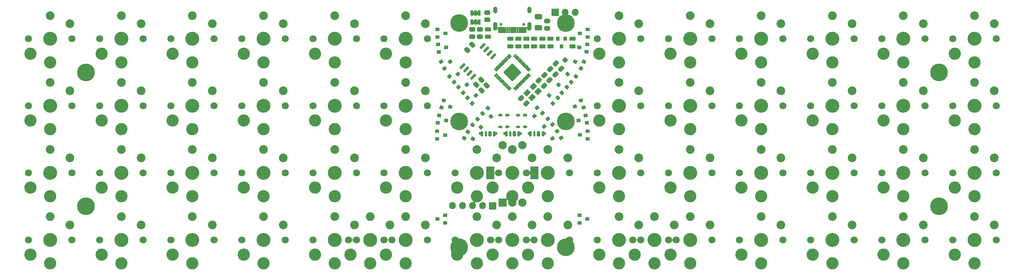
<source format=gts>
G04 #@! TF.GenerationSoftware,KiCad,Pcbnew,(6.0.8)*
G04 #@! TF.CreationDate,2022-10-26T23:44:54+02:00*
G04 #@! TF.ProjectId,RP2040_tmp,52503230-3430-45f7-946d-702e6b696361,2.3*
G04 #@! TF.SameCoordinates,Original*
G04 #@! TF.FileFunction,Soldermask,Top*
G04 #@! TF.FilePolarity,Negative*
%FSLAX46Y46*%
G04 Gerber Fmt 4.6, Leading zero omitted, Abs format (unit mm)*
G04 Created by KiCad (PCBNEW (6.0.8)) date 2022-10-26 23:44:54*
%MOMM*%
%LPD*%
G01*
G04 APERTURE LIST*
G04 Aperture macros list*
%AMRoundRect*
0 Rectangle with rounded corners*
0 $1 Rounding radius*
0 $2 $3 $4 $5 $6 $7 $8 $9 X,Y pos of 4 corners*
0 Add a 4 corners polygon primitive as box body*
4,1,4,$2,$3,$4,$5,$6,$7,$8,$9,$2,$3,0*
0 Add four circle primitives for the rounded corners*
1,1,$1+$1,$2,$3*
1,1,$1+$1,$4,$5*
1,1,$1+$1,$6,$7*
1,1,$1+$1,$8,$9*
0 Add four rect primitives between the rounded corners*
20,1,$1+$1,$2,$3,$4,$5,0*
20,1,$1+$1,$4,$5,$6,$7,0*
20,1,$1+$1,$6,$7,$8,$9,0*
20,1,$1+$1,$8,$9,$2,$3,0*%
G04 Aperture macros list end*
%ADD10C,0.120000*%
%ADD11C,0.800000*%
%ADD12C,4.500000*%
%ADD13C,3.100000*%
%ADD14C,1.801800*%
%ADD15C,3.529000*%
%ADD16C,2.200000*%
%ADD17RoundRect,0.300000X0.475000X-0.250000X0.475000X0.250000X-0.475000X0.250000X-0.475000X-0.250000X0*%
%ADD18RoundRect,0.050000X-0.450000X-0.400000X0.450000X-0.400000X0.450000X0.400000X-0.450000X0.400000X0*%
%ADD19RoundRect,0.050000X-0.087605X-0.595672X0.601835X-0.017163X0.087605X0.595672X-0.601835X0.017163X0*%
%ADD20RoundRect,0.050000X0.373704X0.472065X-0.512623X0.315781X-0.373704X-0.472065X0.512623X-0.315781X0*%
%ADD21RoundRect,0.050000X-0.512623X-0.315781X0.373704X-0.472065X0.512623X0.315781X-0.373704X0.472065X0*%
%ADD22RoundRect,0.300000X-0.512652X-0.159099X-0.159099X-0.512652X0.512652X0.159099X0.159099X0.512652X0*%
%ADD23RoundRect,0.050000X-0.238791X-0.552701X0.576886X-0.172345X0.238791X0.552701X-0.576886X0.172345X0*%
%ADD24RoundRect,0.050000X0.286054X0.529786X-0.559670X0.221968X-0.286054X-0.529786X0.559670X-0.221968X0*%
%ADD25RoundRect,0.050000X-0.601835X-0.017163X0.087605X-0.595672X0.601835X0.017163X-0.087605X0.595672X0*%
%ADD26RoundRect,0.050000X-0.601041X0.035355X0.035355X-0.601041X0.601041X-0.035355X-0.035355X0.601041X0*%
%ADD27RoundRect,0.050000X-0.559670X-0.221968X0.286054X-0.529786X0.559670X0.221968X-0.286054X0.529786X0*%
%ADD28RoundRect,0.300000X0.450000X-0.262500X0.450000X0.262500X-0.450000X0.262500X-0.450000X-0.262500X0*%
%ADD29RoundRect,0.050000X0.850000X-0.850000X0.850000X0.850000X-0.850000X0.850000X-0.850000X-0.850000X0*%
%ADD30O,1.800000X1.800000*%
%ADD31RoundRect,0.050000X0.087605X0.595672X-0.601835X0.017163X-0.087605X-0.595672X0.601835X-0.017163X0*%
%ADD32RoundRect,0.147300X0.360700X-0.145950X0.360700X0.145950X-0.360700X0.145950X-0.360700X-0.145950X0*%
%ADD33RoundRect,0.157300X0.355700X-0.160950X0.355700X0.160950X-0.355700X0.160950X-0.355700X-0.160950X0*%
%ADD34RoundRect,0.159300X0.348700X-0.163950X0.348700X0.163950X-0.348700X0.163950X-0.348700X-0.163950X0*%
%ADD35RoundRect,0.173300X0.337200X-0.184950X0.337200X0.184950X-0.337200X0.184950X-0.337200X-0.184950X0*%
%ADD36RoundRect,0.050000X0.450000X0.400000X-0.450000X0.400000X-0.450000X-0.400000X0.450000X-0.400000X0*%
%ADD37RoundRect,0.300000X-0.159099X0.512652X-0.512652X0.159099X0.159099X-0.512652X0.512652X-0.159099X0*%
%ADD38RoundRect,0.300000X0.132583X-0.503814X0.503814X-0.132583X-0.132583X0.503814X-0.503814X0.132583X0*%
%ADD39RoundRect,0.050000X0.707107X0.000000X0.000000X0.707107X-0.707107X0.000000X0.000000X-0.707107X0*%
%ADD40RoundRect,0.050000X1.000000X-1.000000X1.000000X1.000000X-1.000000X1.000000X-1.000000X-1.000000X0*%
%ADD41C,2.100000*%
%ADD42RoundRect,0.050000X1.000000X-1.600000X1.000000X1.600000X-1.000000X1.600000X-1.000000X-1.600000X0*%
%ADD43RoundRect,0.050000X0.576886X0.172345X-0.238791X0.552701X-0.576886X-0.172345X0.238791X-0.552701X0*%
%ADD44RoundRect,0.187500X-0.137500X-0.462500X0.137500X-0.462500X0.137500X0.462500X-0.137500X0.462500X0*%
%ADD45RoundRect,0.187500X-0.362500X-0.137500X0.362500X-0.137500X0.362500X0.137500X-0.362500X0.137500X0*%
%ADD46RoundRect,0.162500X-0.112500X-0.487500X0.112500X-0.487500X0.112500X0.487500X-0.112500X0.487500X0*%
%ADD47RoundRect,0.225000X-0.175000X-0.425000X0.175000X-0.425000X0.175000X0.425000X-0.175000X0.425000X0*%
%ADD48RoundRect,0.050000X0.035355X0.601041X-0.601041X-0.035355X-0.035355X-0.601041X0.601041X0.035355X0*%
%ADD49RoundRect,0.050000X-0.589711X-0.121410X0.189711X-0.571410X0.589711X0.121410X-0.189711X0.571410X0*%
%ADD50RoundRect,0.100000X-0.238649X-0.309359X0.309359X0.238649X0.238649X0.309359X-0.309359X-0.238649X0*%
%ADD51RoundRect,0.100000X0.238649X-0.309359X0.309359X-0.238649X-0.238649X0.309359X-0.309359X0.238649X0*%
%ADD52RoundRect,0.194000X0.000000X-2.059095X2.059095X0.000000X0.000000X2.059095X-2.059095X0.000000X0*%
%ADD53RoundRect,0.300000X-0.503814X-0.132583X-0.132583X-0.503814X0.503814X0.132583X0.132583X0.503814X0*%
%ADD54RoundRect,0.300000X0.512652X0.159099X0.159099X0.512652X-0.512652X-0.159099X-0.159099X-0.512652X0*%
%ADD55RoundRect,0.050000X0.601835X0.017163X-0.087605X0.595672X-0.601835X-0.017163X0.087605X-0.595672X0*%
%ADD56RoundRect,0.300000X-0.132583X0.503814X-0.503814X0.132583X0.132583X-0.503814X0.503814X-0.132583X0*%
%ADD57RoundRect,0.050000X-0.400000X0.450000X-0.400000X-0.450000X0.400000X-0.450000X0.400000X0.450000X0*%
%ADD58RoundRect,0.200000X0.150000X-0.512500X0.150000X0.512500X-0.150000X0.512500X-0.150000X-0.512500X0*%
%ADD59C,0.750000*%
%ADD60RoundRect,0.050000X0.300000X0.725000X-0.300000X0.725000X-0.300000X-0.725000X0.300000X-0.725000X0*%
%ADD61RoundRect,0.050000X0.150000X0.725000X-0.150000X0.725000X-0.150000X-0.725000X0.150000X-0.725000X0*%
%ADD62O,1.100000X2.200000*%
%ADD63O,1.100000X1.700000*%
%ADD64RoundRect,0.050000X0.483150X0.359258X-0.413425X0.437698X-0.483150X-0.359258X0.413425X-0.437698X0*%
%ADD65RoundRect,0.300000X-0.450000X0.262500X-0.450000X-0.262500X0.450000X-0.262500X0.450000X0.262500X0*%
%ADD66RoundRect,0.050000X0.189711X0.571410X-0.589711X0.121410X-0.189711X-0.571410X0.589711X-0.121410X0*%
%ADD67RoundRect,0.050000X-0.850000X0.850000X-0.850000X-0.850000X0.850000X-0.850000X0.850000X0.850000X0*%
%ADD68RoundRect,0.050000X0.070711X0.919239X-0.919239X-0.070711X-0.070711X-0.919239X0.919239X0.070711X0*%
%ADD69RoundRect,0.200000X-0.353553X-0.565685X0.565685X0.353553X0.353553X0.565685X-0.565685X-0.353553X0*%
%ADD70RoundRect,0.300000X-0.625000X0.375000X-0.625000X-0.375000X0.625000X-0.375000X0.625000X0.375000X0*%
%ADD71RoundRect,0.050000X-0.413425X-0.437698X0.483150X-0.359258X0.413425X0.437698X-0.483150X0.359258X0*%
G04 APERTURE END LIST*
G36*
X149770000Y-102067500D02*
G01*
X148980000Y-102067500D01*
X148980000Y-101627500D01*
X149770000Y-101627500D01*
X149770000Y-102067500D01*
G37*
D10*
X149770000Y-102067500D02*
X148980000Y-102067500D01*
X148980000Y-101627500D01*
X149770000Y-101627500D01*
X149770000Y-102067500D01*
G36*
X145320000Y-102067500D02*
G01*
X144530000Y-102067500D01*
X144530000Y-101627500D01*
X145320000Y-101627500D01*
X145320000Y-102067500D01*
G37*
X145320000Y-102067500D02*
X144530000Y-102067500D01*
X144530000Y-101627500D01*
X145320000Y-101627500D01*
X145320000Y-102067500D01*
G36*
X149770000Y-102067500D02*
G01*
X148980000Y-102067500D01*
X148980000Y-101627500D01*
X149770000Y-101627500D01*
X149770000Y-102067500D01*
G37*
X149770000Y-102067500D02*
X148980000Y-102067500D01*
X148980000Y-101627500D01*
X149770000Y-101627500D01*
X149770000Y-102067500D01*
G36*
X145320000Y-102067500D02*
G01*
X144530000Y-102067500D01*
X144530000Y-101627500D01*
X145320000Y-101627500D01*
X145320000Y-102067500D01*
G37*
X145320000Y-102067500D02*
X144530000Y-102067500D01*
X144530000Y-101627500D01*
X145320000Y-101627500D01*
X145320000Y-102067500D01*
D11*
X256000000Y-123650000D03*
X257650000Y-122000000D03*
X256000000Y-120350000D03*
X254833274Y-120833274D03*
X257166726Y-123166726D03*
X254833274Y-123166726D03*
X257166726Y-120833274D03*
X254350000Y-122000000D03*
D12*
X256000000Y-122000000D03*
D11*
X257650000Y-88000000D03*
X256000000Y-89650000D03*
X254350000Y-88000000D03*
X256000000Y-86350000D03*
X257166726Y-86833274D03*
X254833274Y-89166726D03*
X254833274Y-86833274D03*
D12*
X256000000Y-88000000D03*
D11*
X257166726Y-89166726D03*
X41166726Y-89166726D03*
X38833274Y-89166726D03*
D12*
X40000000Y-88000000D03*
D11*
X41166726Y-86833274D03*
X40000000Y-86350000D03*
X41650000Y-88000000D03*
X38833274Y-86833274D03*
X40000000Y-89650000D03*
X38350000Y-88000000D03*
X38350000Y-122000000D03*
X41650000Y-122000000D03*
X41166726Y-120833274D03*
X41166726Y-123166726D03*
X40000000Y-123650000D03*
D12*
X40000000Y-122000000D03*
D11*
X38833274Y-123166726D03*
X38833274Y-120833274D03*
X40000000Y-120350000D03*
X134500000Y-77150000D03*
D12*
X134500000Y-75500000D03*
D11*
X135666726Y-76666726D03*
X136150000Y-75500000D03*
X135666726Y-74333274D03*
X133333274Y-74333274D03*
X132850000Y-75500000D03*
X134500000Y-73850000D03*
X133333274Y-76666726D03*
X162666726Y-74333274D03*
X163150000Y-75500000D03*
X161500000Y-77150000D03*
X162666726Y-76666726D03*
X159850000Y-75500000D03*
X161500000Y-73850000D03*
D12*
X161500000Y-75500000D03*
D11*
X160333274Y-76666726D03*
X160333274Y-74333274D03*
X133333274Y-101666726D03*
X136150000Y-100500000D03*
X133333274Y-99333274D03*
X135666726Y-99333274D03*
D12*
X134500000Y-100500000D03*
D11*
X135666726Y-101666726D03*
X134500000Y-98850000D03*
X134500000Y-102150000D03*
X132850000Y-100500000D03*
D12*
X161500000Y-100500000D03*
D11*
X159850000Y-100500000D03*
X163150000Y-100500000D03*
X161500000Y-98850000D03*
X162666726Y-101666726D03*
X160333274Y-101666726D03*
X161500000Y-102150000D03*
X162666726Y-99333274D03*
X160333274Y-99333274D03*
D13*
X44000000Y-134250000D03*
X49000000Y-136450000D03*
D14*
X54500000Y-130500000D03*
D15*
X49000000Y-130500000D03*
D14*
X43500000Y-130500000D03*
D16*
X49000000Y-124600000D03*
X54000000Y-126700000D03*
D15*
X139000000Y-130500000D03*
D14*
X144500000Y-130500000D03*
X133500000Y-130500000D03*
D13*
X139000000Y-136450000D03*
X134000000Y-134250000D03*
D16*
X139000000Y-124600000D03*
X144000000Y-126700000D03*
D17*
X157640000Y-81380000D03*
X157640000Y-79480000D03*
D18*
X129060000Y-77140000D03*
X129060000Y-79040000D03*
X131060000Y-78090000D03*
D15*
X211000000Y-96500000D03*
D14*
X216500000Y-96500000D03*
D13*
X206000000Y-100250000D03*
D14*
X205500000Y-96500000D03*
D13*
X211000000Y-102450000D03*
D16*
X211000000Y-90600000D03*
X216000000Y-92700000D03*
D17*
X163210000Y-81380000D03*
X163210000Y-79480000D03*
D19*
X136603307Y-94455045D03*
X137824604Y-95910530D03*
X138746044Y-93897212D03*
D20*
X166869774Y-100821919D03*
X166539842Y-98950784D03*
X164735192Y-100233648D03*
D14*
X126500000Y-130500000D03*
D13*
X121000000Y-136450000D03*
D14*
X115500000Y-130500000D03*
D13*
X116000000Y-134250000D03*
D15*
X121000000Y-130500000D03*
D16*
X121000000Y-124600000D03*
X126000000Y-126700000D03*
D14*
X133500000Y-113500000D03*
D13*
X134000000Y-117250000D03*
X139000000Y-119450000D03*
D14*
X144500000Y-113500000D03*
D15*
X139000000Y-113500000D03*
D16*
X139000000Y-107600000D03*
X144000000Y-109700000D03*
D17*
X147480000Y-81380000D03*
X147480000Y-79480000D03*
D21*
X129455158Y-98965784D03*
X129125226Y-100836919D03*
X131259808Y-100248648D03*
D22*
X159008249Y-85748249D03*
X160351751Y-87091751D03*
D23*
X129982205Y-85301626D03*
X130785180Y-87023611D03*
X132196308Y-85317382D03*
D22*
X154678249Y-90078249D03*
X156021751Y-91421751D03*
D13*
X170000000Y-117250000D03*
D14*
X169500000Y-113500000D03*
D13*
X175000000Y-119450000D03*
D15*
X175000000Y-113500000D03*
D14*
X180500000Y-113500000D03*
D16*
X175000000Y-107600000D03*
X180000000Y-109700000D03*
D24*
X165994612Y-96900688D03*
X165344773Y-95115272D03*
X163790307Y-96692020D03*
D25*
X139144604Y-99879470D03*
X137923307Y-101334955D03*
X140066044Y-101892788D03*
D26*
X141789645Y-97121142D03*
X140446142Y-98464645D03*
X142532107Y-99207107D03*
D18*
X164975000Y-124275000D03*
X164975000Y-126175000D03*
X166975000Y-125225000D03*
D27*
X130645534Y-95133252D03*
X129995695Y-96918668D03*
X132200000Y-96710000D03*
D13*
X62000000Y-100250000D03*
X67000000Y-102450000D03*
D14*
X72500000Y-96500000D03*
D15*
X67000000Y-96500000D03*
D14*
X61500000Y-96500000D03*
D16*
X67000000Y-90600000D03*
X72000000Y-92700000D03*
D19*
X134333307Y-91725045D03*
X135554604Y-93180530D03*
X136476044Y-91167212D03*
D14*
X72500000Y-113500000D03*
X61500000Y-113500000D03*
D15*
X67000000Y-113500000D03*
D13*
X62000000Y-117250000D03*
X67000000Y-119450000D03*
D16*
X67000000Y-107600000D03*
X72000000Y-109700000D03*
D13*
X206000000Y-117250000D03*
D15*
X211000000Y-113500000D03*
D14*
X216500000Y-113500000D03*
D13*
X211000000Y-119450000D03*
D14*
X205500000Y-113500000D03*
D16*
X211000000Y-107600000D03*
X216000000Y-109700000D03*
D14*
X126500000Y-79500000D03*
X115500000Y-79500000D03*
D15*
X121000000Y-79500000D03*
D13*
X121000000Y-85450000D03*
X116000000Y-83250000D03*
D16*
X121000000Y-73600000D03*
X126000000Y-75700000D03*
D13*
X175000000Y-102450000D03*
D14*
X169500000Y-96500000D03*
D15*
X175000000Y-96500000D03*
D14*
X180500000Y-96500000D03*
D13*
X170000000Y-100250000D03*
D16*
X175000000Y-90600000D03*
X180000000Y-92700000D03*
D22*
X157568249Y-87178249D03*
X158911751Y-88521751D03*
D28*
X141610000Y-74662500D03*
X141610000Y-72837500D03*
D13*
X121000000Y-102450000D03*
D14*
X115500000Y-96500000D03*
D15*
X121000000Y-96500000D03*
D14*
X126500000Y-96500000D03*
D13*
X116000000Y-100250000D03*
D16*
X121000000Y-90600000D03*
X126000000Y-92700000D03*
D14*
X142490000Y-130500000D03*
D15*
X147990000Y-130500000D03*
D13*
X142990000Y-134250000D03*
D14*
X153490000Y-130500000D03*
D13*
X147990000Y-136450000D03*
D16*
X147990000Y-124600000D03*
X152990000Y-126700000D03*
D29*
X158810000Y-72750000D03*
D30*
X161350000Y-72750000D03*
X163890000Y-72750000D03*
D31*
X158151693Y-101209955D03*
X156930396Y-99754470D03*
X156008956Y-101767788D03*
D14*
X54500000Y-79500000D03*
D15*
X49000000Y-79500000D03*
D13*
X44000000Y-83250000D03*
D14*
X43500000Y-79500000D03*
D13*
X49000000Y-85450000D03*
D16*
X49000000Y-73600000D03*
X54000000Y-75700000D03*
D14*
X270500000Y-130500000D03*
D15*
X265000000Y-130500000D03*
D14*
X259500000Y-130500000D03*
D13*
X265000000Y-136450000D03*
X260000000Y-134250000D03*
D16*
X265000000Y-124600000D03*
X270000000Y-126700000D03*
D19*
X132043307Y-89005045D03*
X133264604Y-90460530D03*
X134186044Y-88447212D03*
D13*
X242000000Y-134250000D03*
D15*
X247000000Y-130500000D03*
D13*
X247000000Y-136450000D03*
D14*
X252500000Y-130500000D03*
X241500000Y-130500000D03*
D16*
X247000000Y-124600000D03*
X252000000Y-126700000D03*
D11*
X162656726Y-131233274D03*
X161490000Y-130750000D03*
X163140000Y-132400000D03*
X162656726Y-133566726D03*
X161490000Y-134050000D03*
D12*
X161490000Y-132400000D03*
D11*
X159840000Y-132400000D03*
X160323274Y-133566726D03*
X160323274Y-131233274D03*
D32*
X149382000Y-101860750D03*
D33*
X151183000Y-101845750D03*
D34*
X149382000Y-98864250D03*
D35*
X151180500Y-98899250D03*
D13*
X112010000Y-136450000D03*
D14*
X106510000Y-130500000D03*
X117510000Y-130500000D03*
D15*
X112010000Y-130500000D03*
D13*
X107010000Y-134250000D03*
D16*
X112010000Y-124600000D03*
X117010000Y-126700000D03*
D15*
X247000000Y-113500000D03*
D14*
X241500000Y-113500000D03*
X252500000Y-113500000D03*
D13*
X247000000Y-119450000D03*
X242000000Y-117250000D03*
D16*
X247000000Y-107600000D03*
X252000000Y-109700000D03*
D36*
X167050000Y-104840000D03*
X167050000Y-102940000D03*
X165050000Y-103890000D03*
X131000000Y-126175000D03*
X131000000Y-124275000D03*
X129000000Y-125225000D03*
D15*
X85000000Y-130500000D03*
D14*
X79500000Y-130500000D03*
D13*
X85000000Y-136450000D03*
D14*
X90500000Y-130500000D03*
D13*
X80000000Y-134250000D03*
D16*
X85000000Y-124600000D03*
X90000000Y-126700000D03*
D37*
X137861751Y-81028249D03*
X136518249Y-82371751D03*
D13*
X175000000Y-136450000D03*
D14*
X169500000Y-130500000D03*
X180500000Y-130500000D03*
D15*
X175000000Y-130500000D03*
D13*
X170000000Y-134250000D03*
D16*
X175000000Y-124600000D03*
X180000000Y-126700000D03*
D38*
X140204765Y-92615235D03*
X141495235Y-91324765D03*
D39*
X161330000Y-84850000D03*
D40*
X145510000Y-121000000D03*
D41*
X150510000Y-121000000D03*
X148010000Y-121000000D03*
D42*
X142410000Y-113500000D03*
X153610000Y-113500000D03*
D41*
X150510000Y-106500000D03*
X145510000Y-106500000D03*
D13*
X26000000Y-83250000D03*
D14*
X36500000Y-79500000D03*
X25500000Y-79500000D03*
D13*
X31000000Y-85450000D03*
D15*
X31000000Y-79500000D03*
D16*
X31000000Y-73600000D03*
X36000000Y-75700000D03*
D14*
X169500000Y-79500000D03*
D13*
X175000000Y-85450000D03*
D14*
X180500000Y-79500000D03*
D15*
X175000000Y-79500000D03*
D13*
X170000000Y-83250000D03*
D16*
X175000000Y-73600000D03*
X180000000Y-75700000D03*
D43*
X165334820Y-87023611D03*
X166137795Y-85301626D03*
X163923692Y-85317382D03*
D13*
X229000000Y-85450000D03*
D14*
X223500000Y-79500000D03*
D15*
X229000000Y-79500000D03*
D14*
X234500000Y-79500000D03*
D13*
X224000000Y-83250000D03*
D16*
X229000000Y-73600000D03*
X234000000Y-75700000D03*
D17*
X141780000Y-78980000D03*
X141780000Y-77080000D03*
D44*
X152591025Y-103616442D03*
D45*
X152366025Y-103541442D03*
D46*
X153591025Y-103616442D03*
D47*
X154616025Y-103616442D03*
D44*
X155741025Y-103616442D03*
D45*
X155966025Y-103541442D03*
D48*
X155628858Y-98334645D03*
X154285355Y-96991142D03*
X153542893Y-99077107D03*
D49*
X136708975Y-103077276D03*
X135758975Y-104722724D03*
X137966025Y-104900000D03*
D36*
X167060000Y-79040000D03*
X167060000Y-77140000D03*
X165060000Y-78090000D03*
D50*
X143730843Y-88602202D03*
X144013686Y-88885045D03*
X144296528Y-89167887D03*
X144579371Y-89450730D03*
X144862214Y-89733573D03*
X145145056Y-90016415D03*
X145427899Y-90299258D03*
X145710742Y-90582101D03*
X145993585Y-90864944D03*
X146276427Y-91147786D03*
X146559270Y-91430629D03*
X146842113Y-91713472D03*
X147124955Y-91996314D03*
X147407798Y-92279157D03*
D51*
X148592202Y-92279157D03*
X148875045Y-91996314D03*
X149157887Y-91713472D03*
X149440730Y-91430629D03*
X149723573Y-91147786D03*
X150006415Y-90864944D03*
X150289258Y-90582101D03*
X150572101Y-90299258D03*
X150854944Y-90016415D03*
X151137786Y-89733573D03*
X151420629Y-89450730D03*
X151703472Y-89167887D03*
X151986314Y-88885045D03*
X152269157Y-88602202D03*
D50*
X152269157Y-87417798D03*
X151986314Y-87134955D03*
X151703472Y-86852113D03*
X151420629Y-86569270D03*
X151137786Y-86286427D03*
X150854944Y-86003585D03*
X150572101Y-85720742D03*
X150289258Y-85437899D03*
X150006415Y-85155056D03*
X149723573Y-84872214D03*
X149440730Y-84589371D03*
X149157887Y-84306528D03*
X148875045Y-84023686D03*
X148592202Y-83740843D03*
D51*
X147407798Y-83740843D03*
X147124955Y-84023686D03*
X146842113Y-84306528D03*
X146559270Y-84589371D03*
X146276427Y-84872214D03*
X145993585Y-85155056D03*
X145710742Y-85437899D03*
X145427899Y-85720742D03*
X145145056Y-86003585D03*
X144862214Y-86286427D03*
X144579371Y-86569270D03*
X144296528Y-86852113D03*
X144013686Y-87134955D03*
X143730843Y-87417798D03*
D52*
X148000000Y-88010000D03*
D53*
X156114765Y-88664765D03*
X157405235Y-89955235D03*
D13*
X26000000Y-134250000D03*
D15*
X31000000Y-130500000D03*
D13*
X31000000Y-136450000D03*
D14*
X25500000Y-130500000D03*
X36500000Y-130500000D03*
D16*
X31000000Y-124600000D03*
X36000000Y-126700000D03*
D15*
X193000000Y-79500000D03*
D14*
X198500000Y-79500000D03*
D13*
X193000000Y-85450000D03*
D14*
X187500000Y-79500000D03*
D13*
X188000000Y-83250000D03*
D16*
X193000000Y-73600000D03*
X198000000Y-75700000D03*
D13*
X121000000Y-119450000D03*
D15*
X121000000Y-113500000D03*
D14*
X126500000Y-113500000D03*
D13*
X116000000Y-117250000D03*
D14*
X115500000Y-113500000D03*
D16*
X121000000Y-107600000D03*
X126000000Y-109700000D03*
D54*
X151551751Y-95901751D03*
X150208249Y-94558249D03*
D14*
X54500000Y-96500000D03*
X43500000Y-96500000D03*
D13*
X49000000Y-102450000D03*
X44000000Y-100250000D03*
D15*
X49000000Y-96500000D03*
D16*
X49000000Y-90600000D03*
X54000000Y-92700000D03*
D14*
X198500000Y-113500000D03*
D15*
X193000000Y-113500000D03*
D13*
X188000000Y-117250000D03*
D14*
X187500000Y-113500000D03*
D13*
X193000000Y-119450000D03*
D16*
X193000000Y-107600000D03*
X198000000Y-109700000D03*
D17*
X155620000Y-81380000D03*
X155620000Y-79480000D03*
D14*
X61500000Y-79500000D03*
D13*
X67000000Y-85450000D03*
X62000000Y-83250000D03*
D14*
X72500000Y-79500000D03*
D15*
X67000000Y-79500000D03*
D16*
X67000000Y-73600000D03*
X72000000Y-75700000D03*
D14*
X187500000Y-96500000D03*
X198500000Y-96500000D03*
D13*
X188000000Y-100250000D03*
X193000000Y-102450000D03*
D15*
X193000000Y-96500000D03*
D16*
X193000000Y-90600000D03*
X198000000Y-92700000D03*
D14*
X97500000Y-96500000D03*
D13*
X103000000Y-102450000D03*
X98000000Y-100250000D03*
D15*
X103000000Y-96500000D03*
D14*
X108500000Y-96500000D03*
D16*
X103000000Y-90600000D03*
X108000000Y-92700000D03*
D13*
X211000000Y-85450000D03*
D14*
X205500000Y-79500000D03*
D15*
X211000000Y-79500000D03*
D13*
X206000000Y-83250000D03*
D14*
X216500000Y-79500000D03*
D16*
X211000000Y-73600000D03*
X216000000Y-75700000D03*
D14*
X97500000Y-130500000D03*
D13*
X98000000Y-134250000D03*
D14*
X108500000Y-130500000D03*
D15*
X103000000Y-130500000D03*
D13*
X103000000Y-136450000D03*
D16*
X103000000Y-124600000D03*
X108000000Y-126700000D03*
D14*
X178490000Y-130500000D03*
D13*
X183990000Y-136450000D03*
D14*
X189490000Y-130500000D03*
D13*
X178990000Y-134250000D03*
D15*
X183990000Y-130500000D03*
D16*
X183990000Y-124600000D03*
X188990000Y-126700000D03*
D55*
X160555396Y-93170530D03*
X161776693Y-91715045D03*
X159633956Y-91157212D03*
X158258703Y-95885485D03*
X159480000Y-94430000D03*
X157337263Y-93872167D03*
D13*
X247000000Y-102450000D03*
D14*
X252500000Y-96500000D03*
X241500000Y-96500000D03*
D13*
X242000000Y-100250000D03*
D15*
X247000000Y-96500000D03*
D16*
X247000000Y-90600000D03*
X252000000Y-92700000D03*
D56*
X140095235Y-89894765D03*
X138804765Y-91185235D03*
D57*
X161380000Y-79430000D03*
X159480000Y-79430000D03*
X160430000Y-81430000D03*
D58*
X137730000Y-75257500D03*
X138680000Y-75257500D03*
X139630000Y-75257500D03*
X139630000Y-72982500D03*
X138680000Y-72982500D03*
X137730000Y-72982500D03*
D13*
X98000000Y-117250000D03*
D14*
X108500000Y-113500000D03*
D15*
X103000000Y-113500000D03*
D14*
X97500000Y-113500000D03*
D13*
X103000000Y-119450000D03*
D16*
X103000000Y-107600000D03*
X108000000Y-109700000D03*
D17*
X153530000Y-81380000D03*
X153530000Y-79480000D03*
D13*
X265000000Y-102450000D03*
D14*
X259500000Y-96500000D03*
D13*
X260000000Y-100250000D03*
D15*
X265000000Y-96500000D03*
D14*
X270500000Y-96500000D03*
D16*
X265000000Y-90600000D03*
X270000000Y-92700000D03*
D15*
X229000000Y-96500000D03*
D14*
X223500000Y-96500000D03*
D13*
X229000000Y-102450000D03*
D14*
X234500000Y-96500000D03*
D13*
X224000000Y-100250000D03*
D16*
X229000000Y-90600000D03*
X234000000Y-92700000D03*
D13*
X31000000Y-102450000D03*
D14*
X25500000Y-96500000D03*
D15*
X31000000Y-96500000D03*
D13*
X26000000Y-100250000D03*
D14*
X36500000Y-96500000D03*
D16*
X31000000Y-90600000D03*
X36000000Y-92700000D03*
D17*
X149500000Y-81380000D03*
X149500000Y-79480000D03*
D13*
X31000000Y-119450000D03*
D14*
X36500000Y-113500000D03*
D13*
X26000000Y-117250000D03*
D14*
X25500000Y-113500000D03*
D15*
X31000000Y-113500000D03*
D16*
X31000000Y-107600000D03*
X36000000Y-109700000D03*
D14*
X153510000Y-113500000D03*
D15*
X148010000Y-113500000D03*
D13*
X148010000Y-119450000D03*
X143010000Y-117250000D03*
D14*
X142510000Y-113500000D03*
D16*
X148010000Y-107600000D03*
X153010000Y-109700000D03*
D13*
X49000000Y-119450000D03*
D15*
X49000000Y-113500000D03*
D14*
X54500000Y-113500000D03*
D13*
X44000000Y-117250000D03*
D14*
X43500000Y-113500000D03*
D16*
X49000000Y-107600000D03*
X54000000Y-109700000D03*
D18*
X128950000Y-102950000D03*
X128950000Y-104850000D03*
X130950000Y-103900000D03*
D15*
X265000000Y-79500000D03*
D14*
X259500000Y-79500000D03*
D13*
X265000000Y-85450000D03*
D14*
X270500000Y-79500000D03*
D13*
X260000000Y-83250000D03*
D16*
X265000000Y-73600000D03*
X270000000Y-75700000D03*
D59*
X145100000Y-75830000D03*
X150880000Y-75830000D03*
D60*
X151240000Y-77275000D03*
X150440000Y-77275000D03*
D61*
X149240000Y-77275000D03*
X148240000Y-77275000D03*
X147740000Y-77275000D03*
X146740000Y-77275000D03*
D60*
X145540000Y-77275000D03*
X144740000Y-77275000D03*
X144740000Y-77275000D03*
X145540000Y-77275000D03*
D61*
X146240000Y-77275000D03*
X147240000Y-77275000D03*
X148740000Y-77275000D03*
X149740000Y-77275000D03*
D60*
X150440000Y-77275000D03*
X151240000Y-77275000D03*
D62*
X152310000Y-76360000D03*
D63*
X152310000Y-72180000D03*
D62*
X143670000Y-76360000D03*
D63*
X143670000Y-72180000D03*
D14*
X198500000Y-130500000D03*
X187500000Y-130500000D03*
D13*
X193000000Y-136450000D03*
D15*
X193000000Y-130500000D03*
D13*
X188000000Y-134250000D03*
D16*
X193000000Y-124600000D03*
X198000000Y-126700000D03*
D13*
X229000000Y-136450000D03*
X224000000Y-134250000D03*
D14*
X223500000Y-130500000D03*
D15*
X229000000Y-130500000D03*
D14*
X234500000Y-130500000D03*
D16*
X229000000Y-124600000D03*
X234000000Y-126700000D03*
D64*
X166803397Y-82813541D03*
X166968993Y-80920771D03*
X164893805Y-81692844D03*
D11*
X135656726Y-131233274D03*
X136140000Y-132400000D03*
D12*
X134490000Y-132400000D03*
D11*
X134490000Y-134050000D03*
X135656726Y-133566726D03*
X133323274Y-131233274D03*
X133323274Y-133566726D03*
X132840000Y-132400000D03*
X134490000Y-130750000D03*
D65*
X156750000Y-74977500D03*
X156750000Y-76802500D03*
D14*
X79500000Y-96500000D03*
D15*
X85000000Y-96500000D03*
D14*
X90500000Y-96500000D03*
D13*
X80000000Y-100250000D03*
X85000000Y-102450000D03*
D16*
X85000000Y-90600000D03*
X90000000Y-92700000D03*
D55*
X162845396Y-90450530D03*
X164066693Y-88995045D03*
X161923956Y-88437212D03*
D13*
X85000000Y-85450000D03*
D14*
X90500000Y-79500000D03*
D15*
X85000000Y-79500000D03*
D13*
X80000000Y-83250000D03*
D14*
X79500000Y-79500000D03*
D16*
X85000000Y-73600000D03*
X90000000Y-75700000D03*
D65*
X137810000Y-77097500D03*
X137810000Y-78922500D03*
D15*
X157000000Y-113500000D03*
D13*
X152000000Y-117250000D03*
D14*
X162500000Y-113500000D03*
X151500000Y-113500000D03*
D13*
X157000000Y-119450000D03*
D16*
X157000000Y-107600000D03*
X162000000Y-109700000D03*
D13*
X206000000Y-134250000D03*
D15*
X211000000Y-130500000D03*
D13*
X211000000Y-136450000D03*
D14*
X216500000Y-130500000D03*
X205500000Y-130500000D03*
D16*
X211000000Y-124600000D03*
X216000000Y-126700000D03*
D13*
X260000000Y-117250000D03*
D14*
X259500000Y-113500000D03*
D15*
X265000000Y-113500000D03*
D13*
X265000000Y-119450000D03*
D14*
X270500000Y-113500000D03*
D16*
X265000000Y-107600000D03*
X270000000Y-109700000D03*
D13*
X152000000Y-134250000D03*
X157000000Y-136450000D03*
D15*
X157000000Y-130500000D03*
D14*
X162500000Y-130500000D03*
X151500000Y-130500000D03*
D16*
X157000000Y-124600000D03*
X162000000Y-126700000D03*
D66*
X160316025Y-104597724D03*
X159366025Y-102952276D03*
X158108975Y-104775000D03*
D67*
X142970000Y-121890000D03*
D30*
X140430000Y-121790000D03*
X137890000Y-121790000D03*
X135350000Y-121790000D03*
X132810000Y-121790000D03*
D15*
X67000000Y-130500000D03*
D13*
X67000000Y-136450000D03*
D14*
X61500000Y-130500000D03*
D13*
X62000000Y-134250000D03*
D14*
X72500000Y-130500000D03*
D16*
X67000000Y-124600000D03*
X72000000Y-126700000D03*
D15*
X103000000Y-79500000D03*
D14*
X108500000Y-79500000D03*
X97500000Y-79500000D03*
D13*
X103000000Y-85450000D03*
X98000000Y-83250000D03*
D16*
X103000000Y-73600000D03*
X108000000Y-75700000D03*
D17*
X151520000Y-81380000D03*
X151520000Y-79480000D03*
D68*
X153296777Y-91611142D03*
X151741142Y-93166777D03*
X152943223Y-94368858D03*
X154498858Y-92813223D03*
D69*
X135377377Y-86388546D03*
X136275403Y-87286572D03*
X137173428Y-88184597D03*
X138071454Y-89082623D03*
X143162623Y-83991454D03*
X142264597Y-83093428D03*
X141366572Y-82195403D03*
X140468546Y-81297377D03*
D14*
X90500000Y-113500000D03*
D13*
X85000000Y-119450000D03*
D15*
X85000000Y-113500000D03*
D14*
X79500000Y-113500000D03*
D13*
X80000000Y-117250000D03*
D16*
X85000000Y-107600000D03*
X90000000Y-109700000D03*
D65*
X139790000Y-77097500D03*
X139790000Y-78922500D03*
D32*
X144932000Y-101860750D03*
D33*
X146733000Y-101845750D03*
D34*
X144932000Y-98864250D03*
D35*
X146730500Y-98899250D03*
D13*
X242000000Y-83250000D03*
D14*
X252500000Y-79500000D03*
D15*
X247000000Y-79500000D03*
D13*
X247000000Y-85450000D03*
D14*
X241500000Y-79500000D03*
D16*
X247000000Y-73600000D03*
X252000000Y-75700000D03*
D14*
X234500000Y-113500000D03*
D15*
X229000000Y-113500000D03*
D13*
X224000000Y-117250000D03*
X229000000Y-119450000D03*
D14*
X223500000Y-113500000D03*
D16*
X229000000Y-107600000D03*
X234000000Y-109700000D03*
D44*
X146466025Y-103616442D03*
D45*
X146241025Y-103541442D03*
D46*
X147466025Y-103616442D03*
D47*
X148491025Y-103616442D03*
D44*
X149616025Y-103616442D03*
D45*
X149841025Y-103541442D03*
D70*
X154580000Y-73890000D03*
X154580000Y-76690000D03*
D44*
X140291025Y-103616442D03*
D45*
X140066025Y-103541442D03*
D46*
X141291025Y-103616442D03*
D47*
X142316025Y-103616442D03*
D44*
X143441025Y-103616442D03*
D45*
X143666025Y-103541442D03*
D71*
X129151007Y-80930771D03*
X129316603Y-82823541D03*
X131226195Y-81702844D03*
G36*
X107387315Y-130294448D02*
G01*
X107423481Y-130349791D01*
X107487728Y-130378543D01*
X107557318Y-130367996D01*
X107610283Y-130321390D01*
X107622192Y-130295788D01*
X107623829Y-130294640D01*
X107625642Y-130295483D01*
X107625907Y-130297250D01*
X107620754Y-130313110D01*
X107601111Y-130500000D01*
X107620754Y-130686890D01*
X107626344Y-130704093D01*
X107625928Y-130706049D01*
X107624026Y-130706667D01*
X107622753Y-130705782D01*
X107588699Y-130652046D01*
X107524861Y-130622402D01*
X107455132Y-130631976D01*
X107401517Y-130677841D01*
X107387652Y-130706593D01*
X107361744Y-130784476D01*
X107360248Y-130785804D01*
X107358350Y-130785173D01*
X107357944Y-130783227D01*
X107389246Y-130686890D01*
X107408889Y-130500000D01*
X107389246Y-130313110D01*
X107383739Y-130296160D01*
X107384155Y-130294204D01*
X107386057Y-130293586D01*
X107387315Y-130294448D01*
G37*
G36*
X188377315Y-130294448D02*
G01*
X188413481Y-130349791D01*
X188477728Y-130378543D01*
X188547318Y-130367996D01*
X188600283Y-130321390D01*
X188612192Y-130295788D01*
X188613829Y-130294640D01*
X188615642Y-130295483D01*
X188615907Y-130297250D01*
X188610754Y-130313110D01*
X188591111Y-130500000D01*
X188610754Y-130686890D01*
X188616344Y-130704093D01*
X188615928Y-130706049D01*
X188614026Y-130706667D01*
X188612753Y-130705782D01*
X188578699Y-130652046D01*
X188514861Y-130622402D01*
X188445132Y-130631976D01*
X188391517Y-130677841D01*
X188377652Y-130706593D01*
X188351744Y-130784476D01*
X188350248Y-130785804D01*
X188348350Y-130785173D01*
X188347944Y-130783227D01*
X188379246Y-130686890D01*
X188398889Y-130500000D01*
X188379246Y-130313110D01*
X188373739Y-130296160D01*
X188374155Y-130294204D01*
X188376057Y-130293586D01*
X188377315Y-130294448D01*
G37*
G36*
X152377315Y-130294448D02*
G01*
X152413481Y-130349791D01*
X152477728Y-130378543D01*
X152547318Y-130367996D01*
X152600283Y-130321390D01*
X152612192Y-130295788D01*
X152613829Y-130294640D01*
X152615642Y-130295483D01*
X152615907Y-130297250D01*
X152610754Y-130313110D01*
X152591111Y-130500000D01*
X152610754Y-130686890D01*
X152616344Y-130704093D01*
X152615928Y-130706049D01*
X152614026Y-130706667D01*
X152612753Y-130705782D01*
X152578699Y-130652046D01*
X152514861Y-130622402D01*
X152445132Y-130631976D01*
X152391517Y-130677841D01*
X152377652Y-130706593D01*
X152351744Y-130784476D01*
X152350248Y-130785804D01*
X152348350Y-130785173D01*
X152347944Y-130783227D01*
X152379246Y-130686890D01*
X152398889Y-130500000D01*
X152379246Y-130313110D01*
X152373739Y-130296160D01*
X152374155Y-130294204D01*
X152376057Y-130293586D01*
X152377315Y-130294448D01*
G37*
G36*
X179619949Y-130314340D02*
G01*
X179620461Y-130315898D01*
X179601111Y-130500000D01*
X179619144Y-130671571D01*
X179618331Y-130673398D01*
X179616342Y-130673607D01*
X179615487Y-130672624D01*
X179615414Y-130672670D01*
X179577423Y-130612720D01*
X179513585Y-130583076D01*
X179443856Y-130592650D01*
X179390322Y-130638445D01*
X179373471Y-130684379D01*
X179371935Y-130685660D01*
X179370058Y-130684972D01*
X179369604Y-130683481D01*
X179388889Y-130500000D01*
X179370198Y-130322168D01*
X179371011Y-130320341D01*
X179373000Y-130320132D01*
X179374102Y-130321381D01*
X179374685Y-130323313D01*
X179413351Y-130382481D01*
X179477598Y-130411233D01*
X179547188Y-130400686D01*
X179600076Y-130354148D01*
X179610956Y-130323147D01*
X179612473Y-130321844D01*
X179613448Y-130321903D01*
X179614316Y-130322178D01*
X179616566Y-130315084D01*
X179618043Y-130313736D01*
X179619949Y-130314340D01*
G37*
G36*
X116629949Y-130314340D02*
G01*
X116630461Y-130315898D01*
X116611111Y-130500000D01*
X116629144Y-130671571D01*
X116628331Y-130673398D01*
X116626342Y-130673607D01*
X116625487Y-130672624D01*
X116625414Y-130672670D01*
X116587423Y-130612720D01*
X116523585Y-130583076D01*
X116453856Y-130592650D01*
X116400322Y-130638445D01*
X116383471Y-130684379D01*
X116381935Y-130685660D01*
X116380058Y-130684972D01*
X116379604Y-130683481D01*
X116398889Y-130500000D01*
X116380198Y-130322168D01*
X116381011Y-130320341D01*
X116383000Y-130320132D01*
X116384102Y-130321381D01*
X116384685Y-130323313D01*
X116423351Y-130382481D01*
X116487598Y-130411233D01*
X116557188Y-130400686D01*
X116610076Y-130354148D01*
X116620956Y-130323147D01*
X116622473Y-130321844D01*
X116623448Y-130321903D01*
X116624316Y-130322178D01*
X116626566Y-130315084D01*
X116628043Y-130313736D01*
X116629949Y-130314340D01*
G37*
G36*
X143619949Y-130314340D02*
G01*
X143620461Y-130315898D01*
X143601111Y-130500000D01*
X143619144Y-130671571D01*
X143618331Y-130673398D01*
X143616342Y-130673607D01*
X143615487Y-130672624D01*
X143615414Y-130672670D01*
X143577423Y-130612720D01*
X143513585Y-130583076D01*
X143443856Y-130592650D01*
X143390322Y-130638445D01*
X143373471Y-130684379D01*
X143371935Y-130685660D01*
X143370058Y-130684972D01*
X143369604Y-130683481D01*
X143388889Y-130500000D01*
X143370198Y-130322168D01*
X143371011Y-130320341D01*
X143373000Y-130320132D01*
X143374102Y-130321381D01*
X143374685Y-130323313D01*
X143413351Y-130382481D01*
X143477598Y-130411233D01*
X143547188Y-130400686D01*
X143600076Y-130354148D01*
X143610956Y-130323147D01*
X143612473Y-130321844D01*
X143613448Y-130321903D01*
X143614316Y-130322178D01*
X143616566Y-130315084D01*
X143618043Y-130313736D01*
X143619949Y-130314340D01*
G37*
G36*
X138054574Y-120672001D02*
G01*
X138090114Y-120702355D01*
X138297224Y-120829272D01*
X138521643Y-120922229D01*
X138679200Y-120960055D01*
X138680651Y-120961432D01*
X138680184Y-120963377D01*
X138678360Y-120963965D01*
X138655384Y-120959603D01*
X138585041Y-120966517D01*
X138529834Y-121010181D01*
X138506999Y-121076759D01*
X138523835Y-121145324D01*
X138534973Y-121161421D01*
X138571747Y-121206510D01*
X138572067Y-121208484D01*
X138570517Y-121209748D01*
X138568711Y-121209112D01*
X138490875Y-121122666D01*
X138338992Y-121012317D01*
X138167494Y-120935961D01*
X137983867Y-120896930D01*
X137973293Y-120896930D01*
X137971561Y-120895930D01*
X137971561Y-120893930D01*
X137972933Y-120892963D01*
X138029569Y-120882606D01*
X138080970Y-120834521D01*
X138098214Y-120766281D01*
X138075787Y-120699430D01*
X138051844Y-120674920D01*
X138051349Y-120672982D01*
X138052780Y-120671584D01*
X138054574Y-120672001D01*
G37*
G36*
X146501344Y-119776631D02*
G01*
X146537771Y-119928357D01*
X146630728Y-120152776D01*
X146757645Y-120359885D01*
X146785578Y-120392591D01*
X146785942Y-120394558D01*
X146784421Y-120395857D01*
X146782857Y-120395490D01*
X146730791Y-120356416D01*
X146660589Y-120351311D01*
X146598776Y-120384970D01*
X146564878Y-120446872D01*
X146561988Y-120473609D01*
X146560808Y-120475223D01*
X146558820Y-120475009D01*
X146558000Y-120473394D01*
X146558000Y-120000199D01*
X146554309Y-119981645D01*
X146543913Y-119966087D01*
X146528355Y-119955691D01*
X146509801Y-119952000D01*
X146379043Y-119952000D01*
X146377311Y-119951000D01*
X146377311Y-119949000D01*
X146378480Y-119948081D01*
X146446576Y-119928086D01*
X146492649Y-119874914D01*
X146501579Y-119798306D01*
X146497437Y-119777488D01*
X146498080Y-119775594D01*
X146500042Y-119775204D01*
X146501344Y-119776631D01*
G37*
G36*
X143461919Y-113036707D02*
G01*
X143481913Y-113104800D01*
X143535107Y-113150893D01*
X143604776Y-113160910D01*
X143668906Y-113131622D01*
X143693151Y-113101625D01*
X143695017Y-113100906D01*
X143696572Y-113102164D01*
X143696438Y-113103882D01*
X143678824Y-113134389D01*
X143620754Y-113313110D01*
X143601111Y-113500000D01*
X143620754Y-113686890D01*
X143678824Y-113865611D01*
X143697645Y-113898210D01*
X143697645Y-113900210D01*
X143695913Y-113901210D01*
X143694464Y-113900588D01*
X143649595Y-113853410D01*
X143581215Y-113836728D01*
X143514671Y-113859665D01*
X143471029Y-113915014D01*
X143461964Y-113961889D01*
X143460653Y-113963399D01*
X143458689Y-113963020D01*
X143458000Y-113961509D01*
X143458000Y-113037270D01*
X143459000Y-113035538D01*
X143461000Y-113035538D01*
X143461919Y-113036707D01*
G37*
G36*
X152561300Y-113074169D02*
G01*
X152562000Y-113075689D01*
X152562000Y-113928696D01*
X152561000Y-113930428D01*
X152559000Y-113930428D01*
X152558081Y-113929259D01*
X152538087Y-113861166D01*
X152484893Y-113815073D01*
X152415224Y-113805056D01*
X152351088Y-113834346D01*
X152325094Y-113866054D01*
X152323222Y-113866759D01*
X152321676Y-113865491D01*
X152321645Y-113864168D01*
X152379246Y-113686890D01*
X152398889Y-113500000D01*
X152379246Y-113313110D01*
X152323025Y-113140080D01*
X152323441Y-113138124D01*
X152325343Y-113137506D01*
X152326357Y-113138064D01*
X152371921Y-113184652D01*
X152440526Y-113200376D01*
X152506744Y-113176513D01*
X152549614Y-113120553D01*
X152558034Y-113075323D01*
X152559334Y-113073803D01*
X152561300Y-113074169D01*
G37*
G36*
X148468249Y-91762417D02*
G01*
X148468892Y-91763531D01*
X148475183Y-91795155D01*
X148496529Y-91827102D01*
X149044257Y-92374830D01*
X149076204Y-92396176D01*
X149107828Y-92402467D01*
X149109332Y-92403786D01*
X149108942Y-92405748D01*
X149107828Y-92406391D01*
X149101987Y-92407553D01*
X149039374Y-92440307D01*
X149003438Y-92506118D01*
X149002279Y-92511940D01*
X149000960Y-92513444D01*
X148998998Y-92513054D01*
X148998355Y-92511940D01*
X148992064Y-92480316D01*
X148970718Y-92448369D01*
X148422990Y-91900641D01*
X148391043Y-91879295D01*
X148359419Y-91873004D01*
X148357915Y-91871685D01*
X148358305Y-91869723D01*
X148359419Y-91869080D01*
X148365260Y-91867918D01*
X148427873Y-91835164D01*
X148463809Y-91769353D01*
X148464968Y-91763531D01*
X148466287Y-91762027D01*
X148468249Y-91762417D01*
G37*
G36*
X147534389Y-91762417D02*
G01*
X147535032Y-91763531D01*
X147536194Y-91769372D01*
X147568948Y-91831985D01*
X147634759Y-91867921D01*
X147640581Y-91869080D01*
X147642085Y-91870399D01*
X147641695Y-91872361D01*
X147640581Y-91873004D01*
X147608957Y-91879295D01*
X147577010Y-91900641D01*
X147029282Y-92448369D01*
X147007936Y-92480316D01*
X147001645Y-92511940D01*
X147000326Y-92513444D01*
X146998364Y-92513054D01*
X146997721Y-92511940D01*
X146996559Y-92506099D01*
X146963805Y-92443486D01*
X146897994Y-92407550D01*
X146892172Y-92406391D01*
X146890668Y-92405072D01*
X146891058Y-92403110D01*
X146892172Y-92402467D01*
X146923796Y-92396176D01*
X146955743Y-92374830D01*
X147503471Y-91827102D01*
X147524817Y-91795155D01*
X147531108Y-91763531D01*
X147532427Y-91762027D01*
X147534389Y-91762417D01*
G37*
G36*
X148751090Y-91479575D02*
G01*
X148751733Y-91480689D01*
X148758025Y-91512313D01*
X148779371Y-91544260D01*
X149327099Y-92091988D01*
X149359046Y-92113334D01*
X149390670Y-92119626D01*
X149392174Y-92120945D01*
X149391784Y-92122907D01*
X149390670Y-92123550D01*
X149384830Y-92124711D01*
X149322217Y-92157465D01*
X149286281Y-92223276D01*
X149285123Y-92229097D01*
X149283804Y-92230601D01*
X149281842Y-92230211D01*
X149281199Y-92229097D01*
X149274907Y-92197473D01*
X149253561Y-92165526D01*
X148705833Y-91617798D01*
X148673886Y-91596452D01*
X148642262Y-91590160D01*
X148640758Y-91588841D01*
X148641148Y-91586879D01*
X148642262Y-91586236D01*
X148648102Y-91585075D01*
X148710715Y-91552321D01*
X148746651Y-91486510D01*
X148747809Y-91480689D01*
X148749128Y-91479185D01*
X148751090Y-91479575D01*
G37*
G36*
X147251548Y-91479575D02*
G01*
X147252191Y-91480689D01*
X147253352Y-91486529D01*
X147286106Y-91549142D01*
X147351917Y-91585078D01*
X147357738Y-91586236D01*
X147359242Y-91587555D01*
X147358852Y-91589517D01*
X147357738Y-91590160D01*
X147326114Y-91596452D01*
X147294167Y-91617798D01*
X146746439Y-92165526D01*
X146725093Y-92197473D01*
X146718801Y-92229097D01*
X146717482Y-92230601D01*
X146715520Y-92230211D01*
X146714877Y-92229097D01*
X146713716Y-92223257D01*
X146680962Y-92160644D01*
X146615151Y-92124708D01*
X146609330Y-92123550D01*
X146607826Y-92122231D01*
X146608216Y-92120269D01*
X146609330Y-92119626D01*
X146640954Y-92113334D01*
X146672901Y-92091988D01*
X147220629Y-91544260D01*
X147241975Y-91512313D01*
X147248267Y-91480689D01*
X147249586Y-91479185D01*
X147251548Y-91479575D01*
G37*
G36*
X146968704Y-91196732D02*
G01*
X146969347Y-91197846D01*
X146970509Y-91203687D01*
X147003263Y-91266300D01*
X147069074Y-91302236D01*
X147074896Y-91303395D01*
X147076400Y-91304714D01*
X147076010Y-91306676D01*
X147074896Y-91307319D01*
X147043272Y-91313610D01*
X147011325Y-91334956D01*
X146463597Y-91882684D01*
X146442251Y-91914631D01*
X146435960Y-91946255D01*
X146434641Y-91947759D01*
X146432679Y-91947369D01*
X146432036Y-91946255D01*
X146430874Y-91940414D01*
X146398120Y-91877801D01*
X146332309Y-91841865D01*
X146326487Y-91840706D01*
X146324983Y-91839387D01*
X146325373Y-91837425D01*
X146326487Y-91836782D01*
X146358111Y-91830491D01*
X146390058Y-91809145D01*
X146937786Y-91261417D01*
X146959132Y-91229470D01*
X146965423Y-91197846D01*
X146966742Y-91196342D01*
X146968704Y-91196732D01*
G37*
G36*
X149033934Y-91196732D02*
G01*
X149034577Y-91197846D01*
X149040868Y-91229470D01*
X149062214Y-91261417D01*
X149609942Y-91809145D01*
X149641889Y-91830491D01*
X149673513Y-91836782D01*
X149675017Y-91838101D01*
X149674627Y-91840063D01*
X149673513Y-91840706D01*
X149667672Y-91841868D01*
X149605059Y-91874622D01*
X149569123Y-91940433D01*
X149567964Y-91946255D01*
X149566645Y-91947759D01*
X149564683Y-91947369D01*
X149564040Y-91946255D01*
X149557749Y-91914631D01*
X149536403Y-91882684D01*
X148988675Y-91334956D01*
X148956728Y-91313610D01*
X148925104Y-91307319D01*
X148923600Y-91306000D01*
X148923990Y-91304038D01*
X148925104Y-91303395D01*
X148930945Y-91302233D01*
X148993558Y-91269479D01*
X149029494Y-91203668D01*
X149030653Y-91197846D01*
X149031972Y-91196342D01*
X149033934Y-91196732D01*
G37*
G36*
X149316777Y-90913889D02*
G01*
X149317420Y-90915003D01*
X149323711Y-90946627D01*
X149345057Y-90978574D01*
X149892785Y-91526302D01*
X149924732Y-91547648D01*
X149956356Y-91553939D01*
X149957860Y-91555258D01*
X149957470Y-91557220D01*
X149956356Y-91557863D01*
X149950515Y-91559025D01*
X149887902Y-91591779D01*
X149851966Y-91657590D01*
X149850807Y-91663412D01*
X149849488Y-91664916D01*
X149847526Y-91664526D01*
X149846883Y-91663412D01*
X149840592Y-91631788D01*
X149819246Y-91599841D01*
X149271518Y-91052113D01*
X149239571Y-91030767D01*
X149207947Y-91024476D01*
X149206443Y-91023157D01*
X149206833Y-91021195D01*
X149207947Y-91020552D01*
X149213788Y-91019390D01*
X149276401Y-90986636D01*
X149312337Y-90920825D01*
X149313496Y-90915003D01*
X149314815Y-90913499D01*
X149316777Y-90913889D01*
G37*
G36*
X146685861Y-90913889D02*
G01*
X146686504Y-90915003D01*
X146687666Y-90920844D01*
X146720420Y-90983457D01*
X146786231Y-91019393D01*
X146792053Y-91020552D01*
X146793557Y-91021871D01*
X146793167Y-91023833D01*
X146792053Y-91024476D01*
X146760429Y-91030767D01*
X146728482Y-91052113D01*
X146180754Y-91599841D01*
X146159408Y-91631788D01*
X146153117Y-91663412D01*
X146151798Y-91664916D01*
X146149836Y-91664526D01*
X146149193Y-91663412D01*
X146148031Y-91657571D01*
X146115277Y-91594958D01*
X146049466Y-91559022D01*
X146043644Y-91557863D01*
X146042140Y-91556544D01*
X146042530Y-91554582D01*
X146043644Y-91553939D01*
X146075268Y-91547648D01*
X146107215Y-91526302D01*
X146654943Y-90978574D01*
X146676289Y-90946627D01*
X146682580Y-90915003D01*
X146683899Y-90913499D01*
X146685861Y-90913889D01*
G37*
G36*
X146403020Y-90631047D02*
G01*
X146403663Y-90632161D01*
X146404824Y-90638001D01*
X146437578Y-90700614D01*
X146503389Y-90736550D01*
X146509210Y-90737708D01*
X146510714Y-90739027D01*
X146510324Y-90740989D01*
X146509210Y-90741632D01*
X146477586Y-90747924D01*
X146445639Y-90769270D01*
X145897911Y-91316998D01*
X145876565Y-91348945D01*
X145870273Y-91380569D01*
X145868954Y-91382073D01*
X145866992Y-91381683D01*
X145866349Y-91380569D01*
X145865188Y-91374729D01*
X145832434Y-91312116D01*
X145766623Y-91276180D01*
X145760802Y-91275022D01*
X145759298Y-91273703D01*
X145759688Y-91271741D01*
X145760802Y-91271098D01*
X145792426Y-91264806D01*
X145824373Y-91243460D01*
X146372101Y-90695732D01*
X146393447Y-90663785D01*
X146399739Y-90632161D01*
X146401058Y-90630657D01*
X146403020Y-90631047D01*
G37*
G36*
X149599618Y-90631047D02*
G01*
X149600261Y-90632161D01*
X149606553Y-90663785D01*
X149627899Y-90695732D01*
X150175627Y-91243460D01*
X150207574Y-91264806D01*
X150239198Y-91271098D01*
X150240702Y-91272417D01*
X150240312Y-91274379D01*
X150239198Y-91275022D01*
X150233358Y-91276183D01*
X150170745Y-91308937D01*
X150134809Y-91374748D01*
X150133651Y-91380569D01*
X150132332Y-91382073D01*
X150130370Y-91381683D01*
X150129727Y-91380569D01*
X150123435Y-91348945D01*
X150102089Y-91316998D01*
X149554361Y-90769270D01*
X149522414Y-90747924D01*
X149490790Y-90741632D01*
X149489286Y-90740313D01*
X149489676Y-90738351D01*
X149490790Y-90737708D01*
X149496630Y-90736547D01*
X149559243Y-90703793D01*
X149595179Y-90637982D01*
X149596337Y-90632161D01*
X149597656Y-90630657D01*
X149599618Y-90631047D01*
G37*
G36*
X149882462Y-90348204D02*
G01*
X149883105Y-90349318D01*
X149889396Y-90380942D01*
X149910742Y-90412889D01*
X150458470Y-90960617D01*
X150490417Y-90981963D01*
X150522041Y-90988254D01*
X150523545Y-90989573D01*
X150523155Y-90991535D01*
X150522041Y-90992178D01*
X150516200Y-90993340D01*
X150453587Y-91026094D01*
X150417651Y-91091905D01*
X150416492Y-91097727D01*
X150415173Y-91099231D01*
X150413211Y-91098841D01*
X150412568Y-91097727D01*
X150406277Y-91066103D01*
X150384931Y-91034156D01*
X149837203Y-90486428D01*
X149805256Y-90465082D01*
X149773632Y-90458791D01*
X149772128Y-90457472D01*
X149772518Y-90455510D01*
X149773632Y-90454867D01*
X149779473Y-90453705D01*
X149842086Y-90420951D01*
X149878022Y-90355140D01*
X149879181Y-90349318D01*
X149880500Y-90347814D01*
X149882462Y-90348204D01*
G37*
G36*
X146120176Y-90348204D02*
G01*
X146120819Y-90349318D01*
X146121981Y-90355159D01*
X146154735Y-90417772D01*
X146220546Y-90453708D01*
X146226368Y-90454867D01*
X146227872Y-90456186D01*
X146227482Y-90458148D01*
X146226368Y-90458791D01*
X146194744Y-90465082D01*
X146162797Y-90486428D01*
X145615069Y-91034156D01*
X145593723Y-91066103D01*
X145587432Y-91097727D01*
X145586113Y-91099231D01*
X145584151Y-91098841D01*
X145583508Y-91097727D01*
X145582346Y-91091886D01*
X145549592Y-91029273D01*
X145483781Y-90993337D01*
X145477959Y-90992178D01*
X145476455Y-90990859D01*
X145476845Y-90988897D01*
X145477959Y-90988254D01*
X145509583Y-90981963D01*
X145541530Y-90960617D01*
X146089258Y-90412889D01*
X146110604Y-90380942D01*
X146116895Y-90349318D01*
X146118214Y-90347814D01*
X146120176Y-90348204D01*
G37*
G36*
X145837333Y-90065361D02*
G01*
X145837976Y-90066475D01*
X145839138Y-90072316D01*
X145871892Y-90134929D01*
X145937703Y-90170865D01*
X145943525Y-90172024D01*
X145945029Y-90173343D01*
X145944639Y-90175305D01*
X145943525Y-90175948D01*
X145911901Y-90182239D01*
X145879954Y-90203585D01*
X145332226Y-90751313D01*
X145310880Y-90783260D01*
X145304589Y-90814884D01*
X145303270Y-90816388D01*
X145301308Y-90815998D01*
X145300665Y-90814884D01*
X145299503Y-90809043D01*
X145266749Y-90746430D01*
X145200938Y-90710494D01*
X145195116Y-90709335D01*
X145193612Y-90708016D01*
X145194002Y-90706054D01*
X145195116Y-90705411D01*
X145226740Y-90699120D01*
X145258687Y-90677774D01*
X145806415Y-90130046D01*
X145827761Y-90098099D01*
X145834052Y-90066475D01*
X145835371Y-90064971D01*
X145837333Y-90065361D01*
G37*
G36*
X150165305Y-90065361D02*
G01*
X150165948Y-90066475D01*
X150172239Y-90098099D01*
X150193585Y-90130046D01*
X150741313Y-90677774D01*
X150773260Y-90699120D01*
X150804884Y-90705411D01*
X150806388Y-90706730D01*
X150805998Y-90708692D01*
X150804884Y-90709335D01*
X150799043Y-90710497D01*
X150736430Y-90743251D01*
X150700494Y-90809062D01*
X150699335Y-90814884D01*
X150698016Y-90816388D01*
X150696054Y-90815998D01*
X150695411Y-90814884D01*
X150689120Y-90783260D01*
X150667774Y-90751313D01*
X150120046Y-90203585D01*
X150088099Y-90182239D01*
X150056475Y-90175948D01*
X150054971Y-90174629D01*
X150055361Y-90172667D01*
X150056475Y-90172024D01*
X150062316Y-90170862D01*
X150124929Y-90138108D01*
X150160865Y-90072297D01*
X150162024Y-90066475D01*
X150163343Y-90064971D01*
X150165305Y-90065361D01*
G37*
G36*
X145554490Y-89782518D02*
G01*
X145555133Y-89783632D01*
X145556295Y-89789473D01*
X145589049Y-89852086D01*
X145654860Y-89888022D01*
X145660682Y-89889181D01*
X145662186Y-89890500D01*
X145661796Y-89892462D01*
X145660682Y-89893105D01*
X145629058Y-89899396D01*
X145597111Y-89920742D01*
X145049383Y-90468470D01*
X145028037Y-90500417D01*
X145021746Y-90532041D01*
X145020427Y-90533545D01*
X145018465Y-90533155D01*
X145017822Y-90532041D01*
X145016660Y-90526200D01*
X144983906Y-90463587D01*
X144918095Y-90427651D01*
X144912273Y-90426492D01*
X144910769Y-90425173D01*
X144911159Y-90423211D01*
X144912273Y-90422568D01*
X144943897Y-90416277D01*
X144975844Y-90394931D01*
X145523572Y-89847203D01*
X145544918Y-89815256D01*
X145551209Y-89783632D01*
X145552528Y-89782128D01*
X145554490Y-89782518D01*
G37*
G36*
X150448148Y-89782518D02*
G01*
X150448791Y-89783632D01*
X150455082Y-89815256D01*
X150476428Y-89847203D01*
X151024156Y-90394931D01*
X151056103Y-90416277D01*
X151087727Y-90422568D01*
X151089231Y-90423887D01*
X151088841Y-90425849D01*
X151087727Y-90426492D01*
X151081886Y-90427654D01*
X151019273Y-90460408D01*
X150983337Y-90526219D01*
X150982178Y-90532041D01*
X150980859Y-90533545D01*
X150978897Y-90533155D01*
X150978254Y-90532041D01*
X150971963Y-90500417D01*
X150950617Y-90468470D01*
X150402889Y-89920742D01*
X150370942Y-89899396D01*
X150339318Y-89893105D01*
X150337814Y-89891786D01*
X150338204Y-89889824D01*
X150339318Y-89889181D01*
X150345159Y-89888019D01*
X150407772Y-89855265D01*
X150443708Y-89789454D01*
X150444867Y-89783632D01*
X150446186Y-89782128D01*
X150448148Y-89782518D01*
G37*
G36*
X145271649Y-89499676D02*
G01*
X145272292Y-89500790D01*
X145273453Y-89506630D01*
X145306207Y-89569243D01*
X145372018Y-89605179D01*
X145377839Y-89606337D01*
X145379343Y-89607656D01*
X145378953Y-89609618D01*
X145377839Y-89610261D01*
X145346215Y-89616553D01*
X145314268Y-89637899D01*
X144766540Y-90185627D01*
X144745194Y-90217574D01*
X144738902Y-90249198D01*
X144737583Y-90250702D01*
X144735621Y-90250312D01*
X144734978Y-90249198D01*
X144733817Y-90243358D01*
X144701063Y-90180745D01*
X144635252Y-90144809D01*
X144629431Y-90143651D01*
X144627927Y-90142332D01*
X144628317Y-90140370D01*
X144629431Y-90139727D01*
X144661055Y-90133435D01*
X144693002Y-90112089D01*
X145240730Y-89564361D01*
X145262076Y-89532414D01*
X145268368Y-89500790D01*
X145269687Y-89499286D01*
X145271649Y-89499676D01*
G37*
G36*
X150730989Y-89499676D02*
G01*
X150731632Y-89500790D01*
X150737924Y-89532414D01*
X150759270Y-89564361D01*
X151306998Y-90112089D01*
X151338945Y-90133435D01*
X151370569Y-90139727D01*
X151372073Y-90141046D01*
X151371683Y-90143008D01*
X151370569Y-90143651D01*
X151364729Y-90144812D01*
X151302116Y-90177566D01*
X151266180Y-90243377D01*
X151265022Y-90249198D01*
X151263703Y-90250702D01*
X151261741Y-90250312D01*
X151261098Y-90249198D01*
X151254806Y-90217574D01*
X151233460Y-90185627D01*
X150685732Y-89637899D01*
X150653785Y-89616553D01*
X150622161Y-89610261D01*
X150620657Y-89608942D01*
X150621047Y-89606980D01*
X150622161Y-89606337D01*
X150628001Y-89605176D01*
X150690614Y-89572422D01*
X150726550Y-89506611D01*
X150727708Y-89500790D01*
X150729027Y-89499286D01*
X150730989Y-89499676D01*
G37*
G36*
X144988805Y-89216833D02*
G01*
X144989448Y-89217947D01*
X144990610Y-89223788D01*
X145023364Y-89286401D01*
X145089175Y-89322337D01*
X145094997Y-89323496D01*
X145096501Y-89324815D01*
X145096111Y-89326777D01*
X145094997Y-89327420D01*
X145063373Y-89333711D01*
X145031426Y-89355057D01*
X144483698Y-89902785D01*
X144462352Y-89934732D01*
X144456061Y-89966356D01*
X144454742Y-89967860D01*
X144452780Y-89967470D01*
X144452137Y-89966356D01*
X144450975Y-89960515D01*
X144418221Y-89897902D01*
X144352410Y-89861966D01*
X144346588Y-89860807D01*
X144345084Y-89859488D01*
X144345474Y-89857526D01*
X144346588Y-89856883D01*
X144378212Y-89850592D01*
X144410159Y-89829246D01*
X144957887Y-89281518D01*
X144979233Y-89249571D01*
X144985524Y-89217947D01*
X144986843Y-89216443D01*
X144988805Y-89216833D01*
G37*
G36*
X151013833Y-89216833D02*
G01*
X151014476Y-89217947D01*
X151020767Y-89249571D01*
X151042113Y-89281518D01*
X151589841Y-89829246D01*
X151621788Y-89850592D01*
X151653412Y-89856883D01*
X151654916Y-89858202D01*
X151654526Y-89860164D01*
X151653412Y-89860807D01*
X151647571Y-89861969D01*
X151584958Y-89894723D01*
X151549022Y-89960534D01*
X151547863Y-89966356D01*
X151546544Y-89967860D01*
X151544582Y-89967470D01*
X151543939Y-89966356D01*
X151537648Y-89934732D01*
X151516302Y-89902785D01*
X150968574Y-89355057D01*
X150936627Y-89333711D01*
X150905003Y-89327420D01*
X150903499Y-89326101D01*
X150903889Y-89324139D01*
X150905003Y-89323496D01*
X150910844Y-89322334D01*
X150973457Y-89289580D01*
X151009393Y-89223769D01*
X151010552Y-89217947D01*
X151011871Y-89216443D01*
X151013833Y-89216833D01*
G37*
G36*
X151296676Y-88933990D02*
G01*
X151297319Y-88935104D01*
X151303610Y-88966728D01*
X151324956Y-88998675D01*
X151872684Y-89546403D01*
X151904631Y-89567749D01*
X151936255Y-89574040D01*
X151937759Y-89575359D01*
X151937369Y-89577321D01*
X151936255Y-89577964D01*
X151930414Y-89579126D01*
X151867801Y-89611880D01*
X151831865Y-89677691D01*
X151830706Y-89683513D01*
X151829387Y-89685017D01*
X151827425Y-89684627D01*
X151826782Y-89683513D01*
X151820491Y-89651889D01*
X151799145Y-89619942D01*
X151251417Y-89072214D01*
X151219470Y-89050868D01*
X151187846Y-89044577D01*
X151186342Y-89043258D01*
X151186732Y-89041296D01*
X151187846Y-89040653D01*
X151193687Y-89039491D01*
X151256300Y-89006737D01*
X151292236Y-88940926D01*
X151293395Y-88935104D01*
X151294714Y-88933600D01*
X151296676Y-88933990D01*
G37*
G36*
X144705962Y-88933990D02*
G01*
X144706605Y-88935104D01*
X144707767Y-88940945D01*
X144740521Y-89003558D01*
X144806332Y-89039494D01*
X144812154Y-89040653D01*
X144813658Y-89041972D01*
X144813268Y-89043934D01*
X144812154Y-89044577D01*
X144780530Y-89050868D01*
X144748583Y-89072214D01*
X144200855Y-89619942D01*
X144179509Y-89651889D01*
X144173218Y-89683513D01*
X144171899Y-89685017D01*
X144169937Y-89684627D01*
X144169294Y-89683513D01*
X144168132Y-89677672D01*
X144135378Y-89615059D01*
X144069567Y-89579123D01*
X144063745Y-89577964D01*
X144062241Y-89576645D01*
X144062631Y-89574683D01*
X144063745Y-89574040D01*
X144095369Y-89567749D01*
X144127316Y-89546403D01*
X144675044Y-88998675D01*
X144696390Y-88966728D01*
X144702681Y-88935104D01*
X144704000Y-88933600D01*
X144705962Y-88933990D01*
G37*
G36*
X144423121Y-88651148D02*
G01*
X144423764Y-88652262D01*
X144424925Y-88658102D01*
X144457679Y-88720715D01*
X144523490Y-88756651D01*
X144529311Y-88757809D01*
X144530815Y-88759128D01*
X144530425Y-88761090D01*
X144529311Y-88761733D01*
X144497687Y-88768025D01*
X144465740Y-88789371D01*
X143918012Y-89337099D01*
X143896666Y-89369046D01*
X143890374Y-89400670D01*
X143889055Y-89402174D01*
X143887093Y-89401784D01*
X143886450Y-89400670D01*
X143885289Y-89394830D01*
X143852535Y-89332217D01*
X143786724Y-89296281D01*
X143780903Y-89295123D01*
X143779399Y-89293804D01*
X143779789Y-89291842D01*
X143780903Y-89291199D01*
X143812527Y-89284907D01*
X143844474Y-89263561D01*
X144392202Y-88715833D01*
X144413548Y-88683886D01*
X144419840Y-88652262D01*
X144421159Y-88650758D01*
X144423121Y-88651148D01*
G37*
G36*
X151579517Y-88651148D02*
G01*
X151580160Y-88652262D01*
X151586452Y-88683886D01*
X151607798Y-88715833D01*
X152155526Y-89263561D01*
X152187473Y-89284907D01*
X152219097Y-89291199D01*
X152220601Y-89292518D01*
X152220211Y-89294480D01*
X152219097Y-89295123D01*
X152213257Y-89296284D01*
X152150644Y-89329038D01*
X152114708Y-89394849D01*
X152113550Y-89400670D01*
X152112231Y-89402174D01*
X152110269Y-89401784D01*
X152109626Y-89400670D01*
X152103334Y-89369046D01*
X152081988Y-89337099D01*
X151534260Y-88789371D01*
X151502313Y-88768025D01*
X151470689Y-88761733D01*
X151469185Y-88760414D01*
X151469575Y-88758452D01*
X151470689Y-88757809D01*
X151476529Y-88756648D01*
X151539142Y-88723894D01*
X151575078Y-88658083D01*
X151576236Y-88652262D01*
X151577555Y-88650758D01*
X151579517Y-88651148D01*
G37*
G36*
X151862361Y-88368305D02*
G01*
X151863004Y-88369419D01*
X151869295Y-88401043D01*
X151890641Y-88432990D01*
X152438369Y-88980718D01*
X152470316Y-89002064D01*
X152501940Y-89008355D01*
X152503444Y-89009674D01*
X152503054Y-89011636D01*
X152501940Y-89012279D01*
X152496099Y-89013441D01*
X152433486Y-89046195D01*
X152397550Y-89112006D01*
X152396391Y-89117828D01*
X152395072Y-89119332D01*
X152393110Y-89118942D01*
X152392467Y-89117828D01*
X152386176Y-89086204D01*
X152364830Y-89054257D01*
X151817102Y-88506529D01*
X151785155Y-88485183D01*
X151753531Y-88478892D01*
X151752027Y-88477573D01*
X151752417Y-88475611D01*
X151753531Y-88474968D01*
X151759372Y-88473806D01*
X151821985Y-88441052D01*
X151857921Y-88375241D01*
X151859080Y-88369419D01*
X151860399Y-88367915D01*
X151862361Y-88368305D01*
G37*
G36*
X144140277Y-88368305D02*
G01*
X144140920Y-88369419D01*
X144142082Y-88375260D01*
X144174836Y-88437873D01*
X144240647Y-88473809D01*
X144246469Y-88474968D01*
X144247973Y-88476287D01*
X144247583Y-88478249D01*
X144246469Y-88478892D01*
X144214845Y-88485183D01*
X144182898Y-88506529D01*
X143635170Y-89054257D01*
X143613824Y-89086204D01*
X143607533Y-89117828D01*
X143606214Y-89119332D01*
X143604252Y-89118942D01*
X143603609Y-89117828D01*
X143602447Y-89111987D01*
X143569693Y-89049374D01*
X143503882Y-89013438D01*
X143498060Y-89012279D01*
X143496556Y-89010960D01*
X143496946Y-89008998D01*
X143498060Y-89008355D01*
X143529684Y-89002064D01*
X143561631Y-88980718D01*
X144109359Y-88432990D01*
X144130705Y-88401043D01*
X144136996Y-88369419D01*
X144138315Y-88367915D01*
X144140277Y-88368305D01*
G37*
G36*
X143606890Y-86901058D02*
G01*
X143607533Y-86902172D01*
X143613824Y-86933796D01*
X143635170Y-86965743D01*
X144182898Y-87513471D01*
X144214845Y-87534817D01*
X144246469Y-87541108D01*
X144247973Y-87542427D01*
X144247583Y-87544389D01*
X144246469Y-87545032D01*
X144240628Y-87546194D01*
X144178015Y-87578948D01*
X144142079Y-87644759D01*
X144140920Y-87650581D01*
X144139601Y-87652085D01*
X144137639Y-87651695D01*
X144136996Y-87650581D01*
X144130705Y-87618957D01*
X144109359Y-87587010D01*
X143561631Y-87039282D01*
X143529684Y-87017936D01*
X143498060Y-87011645D01*
X143496556Y-87010326D01*
X143496946Y-87008364D01*
X143498060Y-87007721D01*
X143503901Y-87006559D01*
X143566514Y-86973805D01*
X143602450Y-86907994D01*
X143603609Y-86902172D01*
X143604928Y-86900668D01*
X143606890Y-86901058D01*
G37*
G36*
X152395748Y-86901058D02*
G01*
X152396391Y-86902172D01*
X152397553Y-86908013D01*
X152430307Y-86970626D01*
X152496118Y-87006562D01*
X152501940Y-87007721D01*
X152503444Y-87009040D01*
X152503054Y-87011002D01*
X152501940Y-87011645D01*
X152470316Y-87017936D01*
X152438369Y-87039282D01*
X151890641Y-87587010D01*
X151869295Y-87618957D01*
X151863004Y-87650581D01*
X151861685Y-87652085D01*
X151859723Y-87651695D01*
X151859080Y-87650581D01*
X151857918Y-87644740D01*
X151825164Y-87582127D01*
X151759353Y-87546191D01*
X151753531Y-87545032D01*
X151752027Y-87543713D01*
X151752417Y-87541751D01*
X151753531Y-87541108D01*
X151785155Y-87534817D01*
X151817102Y-87513471D01*
X152364830Y-86965743D01*
X152386176Y-86933796D01*
X152392467Y-86902172D01*
X152393786Y-86900668D01*
X152395748Y-86901058D01*
G37*
G36*
X143889731Y-86618216D02*
G01*
X143890374Y-86619330D01*
X143896666Y-86650954D01*
X143918012Y-86682901D01*
X144465740Y-87230629D01*
X144497687Y-87251975D01*
X144529311Y-87258267D01*
X144530815Y-87259586D01*
X144530425Y-87261548D01*
X144529311Y-87262191D01*
X144523471Y-87263352D01*
X144460858Y-87296106D01*
X144424922Y-87361917D01*
X144423764Y-87367738D01*
X144422445Y-87369242D01*
X144420483Y-87368852D01*
X144419840Y-87367738D01*
X144413548Y-87336114D01*
X144392202Y-87304167D01*
X143844474Y-86756439D01*
X143812527Y-86735093D01*
X143780903Y-86728801D01*
X143779399Y-86727482D01*
X143779789Y-86725520D01*
X143780903Y-86724877D01*
X143786743Y-86723716D01*
X143849356Y-86690962D01*
X143885292Y-86625151D01*
X143886450Y-86619330D01*
X143887769Y-86617826D01*
X143889731Y-86618216D01*
G37*
G36*
X152112907Y-86618216D02*
G01*
X152113550Y-86619330D01*
X152114711Y-86625170D01*
X152147465Y-86687783D01*
X152213276Y-86723719D01*
X152219097Y-86724877D01*
X152220601Y-86726196D01*
X152220211Y-86728158D01*
X152219097Y-86728801D01*
X152187473Y-86735093D01*
X152155526Y-86756439D01*
X151607798Y-87304167D01*
X151586452Y-87336114D01*
X151580160Y-87367738D01*
X151578841Y-87369242D01*
X151576879Y-87368852D01*
X151576236Y-87367738D01*
X151575075Y-87361898D01*
X151542321Y-87299285D01*
X151476510Y-87263349D01*
X151470689Y-87262191D01*
X151469185Y-87260872D01*
X151469575Y-87258910D01*
X151470689Y-87258267D01*
X151502313Y-87251975D01*
X151534260Y-87230629D01*
X152081988Y-86682901D01*
X152103334Y-86650954D01*
X152109626Y-86619330D01*
X152110945Y-86617826D01*
X152112907Y-86618216D01*
G37*
G36*
X144172575Y-86335373D02*
G01*
X144173218Y-86336487D01*
X144179509Y-86368111D01*
X144200855Y-86400058D01*
X144748583Y-86947786D01*
X144780530Y-86969132D01*
X144812154Y-86975423D01*
X144813658Y-86976742D01*
X144813268Y-86978704D01*
X144812154Y-86979347D01*
X144806313Y-86980509D01*
X144743700Y-87013263D01*
X144707764Y-87079074D01*
X144706605Y-87084896D01*
X144705286Y-87086400D01*
X144703324Y-87086010D01*
X144702681Y-87084896D01*
X144696390Y-87053272D01*
X144675044Y-87021325D01*
X144127316Y-86473597D01*
X144095369Y-86452251D01*
X144063745Y-86445960D01*
X144062241Y-86444641D01*
X144062631Y-86442679D01*
X144063745Y-86442036D01*
X144069586Y-86440874D01*
X144132199Y-86408120D01*
X144168135Y-86342309D01*
X144169294Y-86336487D01*
X144170613Y-86334983D01*
X144172575Y-86335373D01*
G37*
G36*
X151830063Y-86335373D02*
G01*
X151830706Y-86336487D01*
X151831868Y-86342328D01*
X151864622Y-86404941D01*
X151930433Y-86440877D01*
X151936255Y-86442036D01*
X151937759Y-86443355D01*
X151937369Y-86445317D01*
X151936255Y-86445960D01*
X151904631Y-86452251D01*
X151872684Y-86473597D01*
X151324956Y-87021325D01*
X151303610Y-87053272D01*
X151297319Y-87084896D01*
X151296000Y-87086400D01*
X151294038Y-87086010D01*
X151293395Y-87084896D01*
X151292233Y-87079055D01*
X151259479Y-87016442D01*
X151193668Y-86980506D01*
X151187846Y-86979347D01*
X151186342Y-86978028D01*
X151186732Y-86976066D01*
X151187846Y-86975423D01*
X151219470Y-86969132D01*
X151251417Y-86947786D01*
X151799145Y-86400058D01*
X151820491Y-86368111D01*
X151826782Y-86336487D01*
X151828101Y-86334983D01*
X151830063Y-86335373D01*
G37*
G36*
X144455418Y-86052530D02*
G01*
X144456061Y-86053644D01*
X144462352Y-86085268D01*
X144483698Y-86117215D01*
X145031426Y-86664943D01*
X145063373Y-86686289D01*
X145094997Y-86692580D01*
X145096501Y-86693899D01*
X145096111Y-86695861D01*
X145094997Y-86696504D01*
X145089156Y-86697666D01*
X145026543Y-86730420D01*
X144990607Y-86796231D01*
X144989448Y-86802053D01*
X144988129Y-86803557D01*
X144986167Y-86803167D01*
X144985524Y-86802053D01*
X144979233Y-86770429D01*
X144957887Y-86738482D01*
X144410159Y-86190754D01*
X144378212Y-86169408D01*
X144346588Y-86163117D01*
X144345084Y-86161798D01*
X144345474Y-86159836D01*
X144346588Y-86159193D01*
X144352429Y-86158031D01*
X144415042Y-86125277D01*
X144450978Y-86059466D01*
X144452137Y-86053644D01*
X144453456Y-86052140D01*
X144455418Y-86052530D01*
G37*
G36*
X151547220Y-86052530D02*
G01*
X151547863Y-86053644D01*
X151549025Y-86059485D01*
X151581779Y-86122098D01*
X151647590Y-86158034D01*
X151653412Y-86159193D01*
X151654916Y-86160512D01*
X151654526Y-86162474D01*
X151653412Y-86163117D01*
X151621788Y-86169408D01*
X151589841Y-86190754D01*
X151042113Y-86738482D01*
X151020767Y-86770429D01*
X151014476Y-86802053D01*
X151013157Y-86803557D01*
X151011195Y-86803167D01*
X151010552Y-86802053D01*
X151009390Y-86796212D01*
X150976636Y-86733599D01*
X150910825Y-86697663D01*
X150905003Y-86696504D01*
X150903499Y-86695185D01*
X150903889Y-86693223D01*
X150905003Y-86692580D01*
X150936627Y-86686289D01*
X150968574Y-86664943D01*
X151516302Y-86117215D01*
X151537648Y-86085268D01*
X151543939Y-86053644D01*
X151545258Y-86052140D01*
X151547220Y-86052530D01*
G37*
G36*
X151264379Y-85769688D02*
G01*
X151265022Y-85770802D01*
X151266183Y-85776642D01*
X151298937Y-85839255D01*
X151364748Y-85875191D01*
X151370569Y-85876349D01*
X151372073Y-85877668D01*
X151371683Y-85879630D01*
X151370569Y-85880273D01*
X151338945Y-85886565D01*
X151306998Y-85907911D01*
X150759270Y-86455639D01*
X150737924Y-86487586D01*
X150731632Y-86519210D01*
X150730313Y-86520714D01*
X150728351Y-86520324D01*
X150727708Y-86519210D01*
X150726547Y-86513370D01*
X150693793Y-86450757D01*
X150627982Y-86414821D01*
X150622161Y-86413663D01*
X150620657Y-86412344D01*
X150621047Y-86410382D01*
X150622161Y-86409739D01*
X150653785Y-86403447D01*
X150685732Y-86382101D01*
X151233460Y-85834373D01*
X151254806Y-85802426D01*
X151261098Y-85770802D01*
X151262417Y-85769298D01*
X151264379Y-85769688D01*
G37*
G36*
X144738259Y-85769688D02*
G01*
X144738902Y-85770802D01*
X144745194Y-85802426D01*
X144766540Y-85834373D01*
X145314268Y-86382101D01*
X145346215Y-86403447D01*
X145377839Y-86409739D01*
X145379343Y-86411058D01*
X145378953Y-86413020D01*
X145377839Y-86413663D01*
X145371999Y-86414824D01*
X145309386Y-86447578D01*
X145273450Y-86513389D01*
X145272292Y-86519210D01*
X145270973Y-86520714D01*
X145269011Y-86520324D01*
X145268368Y-86519210D01*
X145262076Y-86487586D01*
X145240730Y-86455639D01*
X144693002Y-85907911D01*
X144661055Y-85886565D01*
X144629431Y-85880273D01*
X144627927Y-85878954D01*
X144628317Y-85876992D01*
X144629431Y-85876349D01*
X144635271Y-85875188D01*
X144697884Y-85842434D01*
X144733820Y-85776623D01*
X144734978Y-85770802D01*
X144736297Y-85769298D01*
X144738259Y-85769688D01*
G37*
G36*
X145021103Y-85486845D02*
G01*
X145021746Y-85487959D01*
X145028037Y-85519583D01*
X145049383Y-85551530D01*
X145597111Y-86099258D01*
X145629058Y-86120604D01*
X145660682Y-86126895D01*
X145662186Y-86128214D01*
X145661796Y-86130176D01*
X145660682Y-86130819D01*
X145654841Y-86131981D01*
X145592228Y-86164735D01*
X145556292Y-86230546D01*
X145555133Y-86236368D01*
X145553814Y-86237872D01*
X145551852Y-86237482D01*
X145551209Y-86236368D01*
X145544918Y-86204744D01*
X145523572Y-86172797D01*
X144975844Y-85625069D01*
X144943897Y-85603723D01*
X144912273Y-85597432D01*
X144910769Y-85596113D01*
X144911159Y-85594151D01*
X144912273Y-85593508D01*
X144918114Y-85592346D01*
X144980727Y-85559592D01*
X145016663Y-85493781D01*
X145017822Y-85487959D01*
X145019141Y-85486455D01*
X145021103Y-85486845D01*
G37*
G36*
X150981535Y-85486845D02*
G01*
X150982178Y-85487959D01*
X150983340Y-85493800D01*
X151016094Y-85556413D01*
X151081905Y-85592349D01*
X151087727Y-85593508D01*
X151089231Y-85594827D01*
X151088841Y-85596789D01*
X151087727Y-85597432D01*
X151056103Y-85603723D01*
X151024156Y-85625069D01*
X150476428Y-86172797D01*
X150455082Y-86204744D01*
X150448791Y-86236368D01*
X150447472Y-86237872D01*
X150445510Y-86237482D01*
X150444867Y-86236368D01*
X150443705Y-86230527D01*
X150410951Y-86167914D01*
X150345140Y-86131978D01*
X150339318Y-86130819D01*
X150337814Y-86129500D01*
X150338204Y-86127538D01*
X150339318Y-86126895D01*
X150370942Y-86120604D01*
X150402889Y-86099258D01*
X150950617Y-85551530D01*
X150971963Y-85519583D01*
X150978254Y-85487959D01*
X150979573Y-85486455D01*
X150981535Y-85486845D01*
G37*
G36*
X145303946Y-85204002D02*
G01*
X145304589Y-85205116D01*
X145310880Y-85236740D01*
X145332226Y-85268687D01*
X145879954Y-85816415D01*
X145911901Y-85837761D01*
X145943525Y-85844052D01*
X145945029Y-85845371D01*
X145944639Y-85847333D01*
X145943525Y-85847976D01*
X145937684Y-85849138D01*
X145875071Y-85881892D01*
X145839135Y-85947703D01*
X145837976Y-85953525D01*
X145836657Y-85955029D01*
X145834695Y-85954639D01*
X145834052Y-85953525D01*
X145827761Y-85921901D01*
X145806415Y-85889954D01*
X145258687Y-85342226D01*
X145226740Y-85320880D01*
X145195116Y-85314589D01*
X145193612Y-85313270D01*
X145194002Y-85311308D01*
X145195116Y-85310665D01*
X145200957Y-85309503D01*
X145263570Y-85276749D01*
X145299506Y-85210938D01*
X145300665Y-85205116D01*
X145301984Y-85203612D01*
X145303946Y-85204002D01*
G37*
G36*
X150698692Y-85204002D02*
G01*
X150699335Y-85205116D01*
X150700497Y-85210957D01*
X150733251Y-85273570D01*
X150799062Y-85309506D01*
X150804884Y-85310665D01*
X150806388Y-85311984D01*
X150805998Y-85313946D01*
X150804884Y-85314589D01*
X150773260Y-85320880D01*
X150741313Y-85342226D01*
X150193585Y-85889954D01*
X150172239Y-85921901D01*
X150165948Y-85953525D01*
X150164629Y-85955029D01*
X150162667Y-85954639D01*
X150162024Y-85953525D01*
X150160862Y-85947684D01*
X150128108Y-85885071D01*
X150062297Y-85849135D01*
X150056475Y-85847976D01*
X150054971Y-85846657D01*
X150055361Y-85844695D01*
X150056475Y-85844052D01*
X150088099Y-85837761D01*
X150120046Y-85816415D01*
X150667774Y-85268687D01*
X150689120Y-85236740D01*
X150695411Y-85205116D01*
X150696730Y-85203612D01*
X150698692Y-85204002D01*
G37*
G36*
X145586789Y-84921159D02*
G01*
X145587432Y-84922273D01*
X145593723Y-84953897D01*
X145615069Y-84985844D01*
X146162797Y-85533572D01*
X146194744Y-85554918D01*
X146226368Y-85561209D01*
X146227872Y-85562528D01*
X146227482Y-85564490D01*
X146226368Y-85565133D01*
X146220527Y-85566295D01*
X146157914Y-85599049D01*
X146121978Y-85664860D01*
X146120819Y-85670682D01*
X146119500Y-85672186D01*
X146117538Y-85671796D01*
X146116895Y-85670682D01*
X146110604Y-85639058D01*
X146089258Y-85607111D01*
X145541530Y-85059383D01*
X145509583Y-85038037D01*
X145477959Y-85031746D01*
X145476455Y-85030427D01*
X145476845Y-85028465D01*
X145477959Y-85027822D01*
X145483800Y-85026660D01*
X145546413Y-84993906D01*
X145582349Y-84928095D01*
X145583508Y-84922273D01*
X145584827Y-84920769D01*
X145586789Y-84921159D01*
G37*
G36*
X150415849Y-84921159D02*
G01*
X150416492Y-84922273D01*
X150417654Y-84928114D01*
X150450408Y-84990727D01*
X150516219Y-85026663D01*
X150522041Y-85027822D01*
X150523545Y-85029141D01*
X150523155Y-85031103D01*
X150522041Y-85031746D01*
X150490417Y-85038037D01*
X150458470Y-85059383D01*
X149910742Y-85607111D01*
X149889396Y-85639058D01*
X149883105Y-85670682D01*
X149881786Y-85672186D01*
X149879824Y-85671796D01*
X149879181Y-85670682D01*
X149878019Y-85664841D01*
X149845265Y-85602228D01*
X149779454Y-85566292D01*
X149773632Y-85565133D01*
X149772128Y-85563814D01*
X149772518Y-85561852D01*
X149773632Y-85561209D01*
X149805256Y-85554918D01*
X149837203Y-85533572D01*
X150384931Y-84985844D01*
X150406277Y-84953897D01*
X150412568Y-84922273D01*
X150413887Y-84920769D01*
X150415849Y-84921159D01*
G37*
G36*
X145869630Y-84638317D02*
G01*
X145870273Y-84639431D01*
X145876565Y-84671055D01*
X145897911Y-84703002D01*
X146445639Y-85250730D01*
X146477586Y-85272076D01*
X146509210Y-85278368D01*
X146510714Y-85279687D01*
X146510324Y-85281649D01*
X146509210Y-85282292D01*
X146503370Y-85283453D01*
X146440757Y-85316207D01*
X146404821Y-85382018D01*
X146403663Y-85387839D01*
X146402344Y-85389343D01*
X146400382Y-85388953D01*
X146399739Y-85387839D01*
X146393447Y-85356215D01*
X146372101Y-85324268D01*
X145824373Y-84776540D01*
X145792426Y-84755194D01*
X145760802Y-84748902D01*
X145759298Y-84747583D01*
X145759688Y-84745621D01*
X145760802Y-84744978D01*
X145766642Y-84743817D01*
X145829255Y-84711063D01*
X145865191Y-84645252D01*
X145866349Y-84639431D01*
X145867668Y-84637927D01*
X145869630Y-84638317D01*
G37*
G36*
X150133008Y-84638317D02*
G01*
X150133651Y-84639431D01*
X150134812Y-84645271D01*
X150167566Y-84707884D01*
X150233377Y-84743820D01*
X150239198Y-84744978D01*
X150240702Y-84746297D01*
X150240312Y-84748259D01*
X150239198Y-84748902D01*
X150207574Y-84755194D01*
X150175627Y-84776540D01*
X149627899Y-85324268D01*
X149606553Y-85356215D01*
X149600261Y-85387839D01*
X149598942Y-85389343D01*
X149596980Y-85388953D01*
X149596337Y-85387839D01*
X149595176Y-85381999D01*
X149562422Y-85319386D01*
X149496611Y-85283450D01*
X149490790Y-85282292D01*
X149489286Y-85280973D01*
X149489676Y-85279011D01*
X149490790Y-85278368D01*
X149522414Y-85272076D01*
X149554361Y-85250730D01*
X150102089Y-84703002D01*
X150123435Y-84671055D01*
X150129727Y-84639431D01*
X150131046Y-84637927D01*
X150133008Y-84638317D01*
G37*
G36*
X149850164Y-84355474D02*
G01*
X149850807Y-84356588D01*
X149851969Y-84362429D01*
X149884723Y-84425042D01*
X149950534Y-84460978D01*
X149956356Y-84462137D01*
X149957860Y-84463456D01*
X149957470Y-84465418D01*
X149956356Y-84466061D01*
X149924732Y-84472352D01*
X149892785Y-84493698D01*
X149345057Y-85041426D01*
X149323711Y-85073373D01*
X149317420Y-85104997D01*
X149316101Y-85106501D01*
X149314139Y-85106111D01*
X149313496Y-85104997D01*
X149312334Y-85099156D01*
X149279580Y-85036543D01*
X149213769Y-85000607D01*
X149207947Y-84999448D01*
X149206443Y-84998129D01*
X149206833Y-84996167D01*
X149207947Y-84995524D01*
X149239571Y-84989233D01*
X149271518Y-84967887D01*
X149819246Y-84420159D01*
X149840592Y-84388212D01*
X149846883Y-84356588D01*
X149848202Y-84355084D01*
X149850164Y-84355474D01*
G37*
G36*
X146152474Y-84355474D02*
G01*
X146153117Y-84356588D01*
X146159408Y-84388212D01*
X146180754Y-84420159D01*
X146728482Y-84967887D01*
X146760429Y-84989233D01*
X146792053Y-84995524D01*
X146793557Y-84996843D01*
X146793167Y-84998805D01*
X146792053Y-84999448D01*
X146786212Y-85000610D01*
X146723599Y-85033364D01*
X146687663Y-85099175D01*
X146686504Y-85104997D01*
X146685185Y-85106501D01*
X146683223Y-85106111D01*
X146682580Y-85104997D01*
X146676289Y-85073373D01*
X146654943Y-85041426D01*
X146107215Y-84493698D01*
X146075268Y-84472352D01*
X146043644Y-84466061D01*
X146042140Y-84464742D01*
X146042530Y-84462780D01*
X146043644Y-84462137D01*
X146049485Y-84460975D01*
X146112098Y-84428221D01*
X146148034Y-84362410D01*
X146149193Y-84356588D01*
X146150512Y-84355084D01*
X146152474Y-84355474D01*
G37*
G36*
X149567321Y-84072631D02*
G01*
X149567964Y-84073745D01*
X149569126Y-84079586D01*
X149601880Y-84142199D01*
X149667691Y-84178135D01*
X149673513Y-84179294D01*
X149675017Y-84180613D01*
X149674627Y-84182575D01*
X149673513Y-84183218D01*
X149641889Y-84189509D01*
X149609942Y-84210855D01*
X149062214Y-84758583D01*
X149040868Y-84790530D01*
X149034577Y-84822154D01*
X149033258Y-84823658D01*
X149031296Y-84823268D01*
X149030653Y-84822154D01*
X149029491Y-84816313D01*
X148996737Y-84753700D01*
X148930926Y-84717764D01*
X148925104Y-84716605D01*
X148923600Y-84715286D01*
X148923990Y-84713324D01*
X148925104Y-84712681D01*
X148956728Y-84706390D01*
X148988675Y-84685044D01*
X149536403Y-84137316D01*
X149557749Y-84105369D01*
X149564040Y-84073745D01*
X149565359Y-84072241D01*
X149567321Y-84072631D01*
G37*
G36*
X146435317Y-84072631D02*
G01*
X146435960Y-84073745D01*
X146442251Y-84105369D01*
X146463597Y-84137316D01*
X147011325Y-84685044D01*
X147043272Y-84706390D01*
X147074896Y-84712681D01*
X147076400Y-84714000D01*
X147076010Y-84715962D01*
X147074896Y-84716605D01*
X147069055Y-84717767D01*
X147006442Y-84750521D01*
X146970506Y-84816332D01*
X146969347Y-84822154D01*
X146968028Y-84823658D01*
X146966066Y-84823268D01*
X146965423Y-84822154D01*
X146959132Y-84790530D01*
X146937786Y-84758583D01*
X146390058Y-84210855D01*
X146358111Y-84189509D01*
X146326487Y-84183218D01*
X146324983Y-84181899D01*
X146325373Y-84179937D01*
X146326487Y-84179294D01*
X146332328Y-84178132D01*
X146394941Y-84145378D01*
X146430877Y-84079567D01*
X146432036Y-84073745D01*
X146433355Y-84072241D01*
X146435317Y-84072631D01*
G37*
G36*
X146718158Y-83789789D02*
G01*
X146718801Y-83790903D01*
X146725093Y-83822527D01*
X146746439Y-83854474D01*
X147294167Y-84402202D01*
X147326114Y-84423548D01*
X147357738Y-84429840D01*
X147359242Y-84431159D01*
X147358852Y-84433121D01*
X147357738Y-84433764D01*
X147351898Y-84434925D01*
X147289285Y-84467679D01*
X147253349Y-84533490D01*
X147252191Y-84539311D01*
X147250872Y-84540815D01*
X147248910Y-84540425D01*
X147248267Y-84539311D01*
X147241975Y-84507687D01*
X147220629Y-84475740D01*
X146672901Y-83928012D01*
X146640954Y-83906666D01*
X146609330Y-83900374D01*
X146607826Y-83899055D01*
X146608216Y-83897093D01*
X146609330Y-83896450D01*
X146615170Y-83895289D01*
X146677783Y-83862535D01*
X146713719Y-83796724D01*
X146714877Y-83790903D01*
X146716196Y-83789399D01*
X146718158Y-83789789D01*
G37*
G36*
X149284480Y-83789789D02*
G01*
X149285123Y-83790903D01*
X149286284Y-83796743D01*
X149319038Y-83859356D01*
X149384849Y-83895292D01*
X149390670Y-83896450D01*
X149392174Y-83897769D01*
X149391784Y-83899731D01*
X149390670Y-83900374D01*
X149359046Y-83906666D01*
X149327099Y-83928012D01*
X148779371Y-84475740D01*
X148758025Y-84507687D01*
X148751733Y-84539311D01*
X148750414Y-84540815D01*
X148748452Y-84540425D01*
X148747809Y-84539311D01*
X148746648Y-84533471D01*
X148713894Y-84470858D01*
X148648083Y-84434922D01*
X148642262Y-84433764D01*
X148640758Y-84432445D01*
X148641148Y-84430483D01*
X148642262Y-84429840D01*
X148673886Y-84423548D01*
X148705833Y-84402202D01*
X149253561Y-83854474D01*
X149274907Y-83822527D01*
X149281199Y-83790903D01*
X149282518Y-83789399D01*
X149284480Y-83789789D01*
G37*
G36*
X147001002Y-83506946D02*
G01*
X147001645Y-83508060D01*
X147007936Y-83539684D01*
X147029282Y-83571631D01*
X147577010Y-84119359D01*
X147608957Y-84140705D01*
X147640581Y-84146996D01*
X147642085Y-84148315D01*
X147641695Y-84150277D01*
X147640581Y-84150920D01*
X147634740Y-84152082D01*
X147572127Y-84184836D01*
X147536191Y-84250647D01*
X147535032Y-84256469D01*
X147533713Y-84257973D01*
X147531751Y-84257583D01*
X147531108Y-84256469D01*
X147524817Y-84224845D01*
X147503471Y-84192898D01*
X146955743Y-83645170D01*
X146923796Y-83623824D01*
X146892172Y-83617533D01*
X146890668Y-83616214D01*
X146891058Y-83614252D01*
X146892172Y-83613609D01*
X146898013Y-83612447D01*
X146960626Y-83579693D01*
X146996562Y-83513882D01*
X146997721Y-83508060D01*
X146999040Y-83506556D01*
X147001002Y-83506946D01*
G37*
G36*
X149001636Y-83506946D02*
G01*
X149002279Y-83508060D01*
X149003441Y-83513901D01*
X149036195Y-83576514D01*
X149102006Y-83612450D01*
X149107828Y-83613609D01*
X149109332Y-83614928D01*
X149108942Y-83616890D01*
X149107828Y-83617533D01*
X149076204Y-83623824D01*
X149044257Y-83645170D01*
X148496529Y-84192898D01*
X148475183Y-84224845D01*
X148468892Y-84256469D01*
X148467573Y-84257973D01*
X148465611Y-84257583D01*
X148464968Y-84256469D01*
X148463806Y-84250628D01*
X148431052Y-84188015D01*
X148365241Y-84152079D01*
X148359419Y-84150920D01*
X148357915Y-84149601D01*
X148358305Y-84147639D01*
X148359419Y-84146996D01*
X148391043Y-84140705D01*
X148422990Y-84119359D01*
X148970718Y-83571631D01*
X148992064Y-83539684D01*
X148998355Y-83508060D01*
X148999674Y-83506556D01*
X149001636Y-83506946D01*
G37*
G36*
X145205427Y-76514093D02*
G01*
X145205991Y-76516012D01*
X145205710Y-76516651D01*
X145195691Y-76531645D01*
X145192000Y-76550199D01*
X145192000Y-77999801D01*
X145195691Y-78018355D01*
X145205603Y-78033189D01*
X145205734Y-78035185D01*
X145204071Y-78036296D01*
X145203342Y-78036209D01*
X145142247Y-78017078D01*
X145076516Y-78036379D01*
X145074573Y-78035907D01*
X145074009Y-78033988D01*
X145074290Y-78033349D01*
X145084309Y-78018355D01*
X145088000Y-77999801D01*
X145088000Y-76550199D01*
X145084309Y-76531645D01*
X145074397Y-76516811D01*
X145074266Y-76514815D01*
X145075929Y-76513704D01*
X145076658Y-76513791D01*
X145137753Y-76532922D01*
X145203484Y-76513621D01*
X145205427Y-76514093D01*
G37*
G36*
X146555427Y-76514093D02*
G01*
X146555991Y-76516012D01*
X146555710Y-76516651D01*
X146545691Y-76531645D01*
X146542000Y-76550199D01*
X146542000Y-77999801D01*
X146545691Y-78018355D01*
X146555603Y-78033189D01*
X146555734Y-78035185D01*
X146554071Y-78036296D01*
X146553342Y-78036209D01*
X146492247Y-78017078D01*
X146426516Y-78036379D01*
X146424573Y-78035907D01*
X146424009Y-78033988D01*
X146424290Y-78033349D01*
X146434309Y-78018355D01*
X146438000Y-77999801D01*
X146438000Y-76550199D01*
X146434309Y-76531645D01*
X146424397Y-76516811D01*
X146424266Y-76514815D01*
X146425929Y-76513704D01*
X146426658Y-76513791D01*
X146487753Y-76532922D01*
X146553484Y-76513621D01*
X146555427Y-76514093D01*
G37*
G36*
X147055427Y-76514093D02*
G01*
X147055991Y-76516012D01*
X147055710Y-76516651D01*
X147045691Y-76531645D01*
X147042000Y-76550199D01*
X147042000Y-77999801D01*
X147045691Y-78018355D01*
X147055603Y-78033189D01*
X147055734Y-78035185D01*
X147054071Y-78036296D01*
X147053342Y-78036209D01*
X146992247Y-78017078D01*
X146926516Y-78036379D01*
X146924573Y-78035907D01*
X146924009Y-78033988D01*
X146924290Y-78033349D01*
X146934309Y-78018355D01*
X146938000Y-77999801D01*
X146938000Y-76550199D01*
X146934309Y-76531645D01*
X146924397Y-76516811D01*
X146924266Y-76514815D01*
X146925929Y-76513704D01*
X146926658Y-76513791D01*
X146987753Y-76532922D01*
X147053484Y-76513621D01*
X147055427Y-76514093D01*
G37*
G36*
X147555427Y-76514093D02*
G01*
X147555991Y-76516012D01*
X147555710Y-76516651D01*
X147545691Y-76531645D01*
X147542000Y-76550199D01*
X147542000Y-77999801D01*
X147545691Y-78018355D01*
X147555603Y-78033189D01*
X147555734Y-78035185D01*
X147554071Y-78036296D01*
X147553342Y-78036209D01*
X147492247Y-78017078D01*
X147426516Y-78036379D01*
X147424573Y-78035907D01*
X147424009Y-78033988D01*
X147424290Y-78033349D01*
X147434309Y-78018355D01*
X147438000Y-77999801D01*
X147438000Y-76550199D01*
X147434309Y-76531645D01*
X147424397Y-76516811D01*
X147424266Y-76514815D01*
X147425929Y-76513704D01*
X147426658Y-76513791D01*
X147487753Y-76532922D01*
X147553484Y-76513621D01*
X147555427Y-76514093D01*
G37*
G36*
X148055427Y-76514093D02*
G01*
X148055991Y-76516012D01*
X148055710Y-76516651D01*
X148045691Y-76531645D01*
X148042000Y-76550199D01*
X148042000Y-77999801D01*
X148045691Y-78018355D01*
X148055603Y-78033189D01*
X148055734Y-78035185D01*
X148054071Y-78036296D01*
X148053342Y-78036209D01*
X147992247Y-78017078D01*
X147926516Y-78036379D01*
X147924573Y-78035907D01*
X147924009Y-78033988D01*
X147924290Y-78033349D01*
X147934309Y-78018355D01*
X147938000Y-77999801D01*
X147938000Y-76550199D01*
X147934309Y-76531645D01*
X147924397Y-76516811D01*
X147924266Y-76514815D01*
X147925929Y-76513704D01*
X147926658Y-76513791D01*
X147987753Y-76532922D01*
X148053484Y-76513621D01*
X148055427Y-76514093D01*
G37*
G36*
X148555427Y-76514093D02*
G01*
X148555991Y-76516012D01*
X148555710Y-76516651D01*
X148545691Y-76531645D01*
X148542000Y-76550199D01*
X148542000Y-77999801D01*
X148545691Y-78018355D01*
X148555603Y-78033189D01*
X148555734Y-78035185D01*
X148554071Y-78036296D01*
X148553342Y-78036209D01*
X148492247Y-78017078D01*
X148426516Y-78036379D01*
X148424573Y-78035907D01*
X148424009Y-78033988D01*
X148424290Y-78033349D01*
X148434309Y-78018355D01*
X148438000Y-77999801D01*
X148438000Y-76550199D01*
X148434309Y-76531645D01*
X148424397Y-76516811D01*
X148424266Y-76514815D01*
X148425929Y-76513704D01*
X148426658Y-76513791D01*
X148487753Y-76532922D01*
X148553484Y-76513621D01*
X148555427Y-76514093D01*
G37*
G36*
X149055427Y-76514093D02*
G01*
X149055991Y-76516012D01*
X149055710Y-76516651D01*
X149045691Y-76531645D01*
X149042000Y-76550199D01*
X149042000Y-77999801D01*
X149045691Y-78018355D01*
X149055603Y-78033189D01*
X149055734Y-78035185D01*
X149054071Y-78036296D01*
X149053342Y-78036209D01*
X148992247Y-78017078D01*
X148926516Y-78036379D01*
X148924573Y-78035907D01*
X148924009Y-78033988D01*
X148924290Y-78033349D01*
X148934309Y-78018355D01*
X148938000Y-77999801D01*
X148938000Y-76550199D01*
X148934309Y-76531645D01*
X148924397Y-76516811D01*
X148924266Y-76514815D01*
X148925929Y-76513704D01*
X148926658Y-76513791D01*
X148987753Y-76532922D01*
X149053484Y-76513621D01*
X149055427Y-76514093D01*
G37*
G36*
X150905427Y-76514093D02*
G01*
X150905991Y-76516012D01*
X150905710Y-76516651D01*
X150895691Y-76531645D01*
X150892000Y-76550199D01*
X150892000Y-77999801D01*
X150895691Y-78018355D01*
X150905603Y-78033189D01*
X150905734Y-78035185D01*
X150904071Y-78036296D01*
X150903342Y-78036209D01*
X150842247Y-78017078D01*
X150776516Y-78036379D01*
X150774573Y-78035907D01*
X150774009Y-78033988D01*
X150774290Y-78033349D01*
X150784309Y-78018355D01*
X150788000Y-77999801D01*
X150788000Y-76550199D01*
X150784309Y-76531645D01*
X150774397Y-76516811D01*
X150774266Y-76514815D01*
X150775929Y-76513704D01*
X150776658Y-76513791D01*
X150837753Y-76532922D01*
X150903484Y-76513621D01*
X150905427Y-76514093D01*
G37*
G36*
X149555427Y-76514093D02*
G01*
X149555991Y-76516012D01*
X149555710Y-76516651D01*
X149545691Y-76531645D01*
X149542000Y-76550199D01*
X149542000Y-77999801D01*
X149545691Y-78018355D01*
X149555603Y-78033189D01*
X149555734Y-78035185D01*
X149554071Y-78036296D01*
X149553342Y-78036209D01*
X149492247Y-78017078D01*
X149426516Y-78036379D01*
X149424573Y-78035907D01*
X149424009Y-78033988D01*
X149424290Y-78033349D01*
X149434309Y-78018355D01*
X149438000Y-77999801D01*
X149438000Y-76550199D01*
X149434309Y-76531645D01*
X149424397Y-76516811D01*
X149424266Y-76514815D01*
X149425929Y-76513704D01*
X149426658Y-76513791D01*
X149487753Y-76532922D01*
X149553484Y-76513621D01*
X149555427Y-76514093D01*
G37*
G36*
X145880008Y-76518283D02*
G01*
X145895313Y-76528509D01*
X145962752Y-76549627D01*
X146034701Y-76528500D01*
X146049992Y-76518283D01*
X146051988Y-76518152D01*
X146053099Y-76519815D01*
X146052766Y-76521057D01*
X146045691Y-76531645D01*
X146042000Y-76550199D01*
X146042000Y-77999801D01*
X146045691Y-78018355D01*
X146052766Y-78028943D01*
X146052897Y-78030939D01*
X146051234Y-78032050D01*
X146049992Y-78031717D01*
X146034687Y-78021491D01*
X145967248Y-78000373D01*
X145895299Y-78021500D01*
X145880008Y-78031717D01*
X145878012Y-78031848D01*
X145876901Y-78030185D01*
X145877234Y-78028943D01*
X145884309Y-78018355D01*
X145888000Y-77999801D01*
X145888000Y-76550199D01*
X145884309Y-76531645D01*
X145877234Y-76521057D01*
X145877103Y-76519061D01*
X145878766Y-76517950D01*
X145880008Y-76518283D01*
G37*
G36*
X149930008Y-76518283D02*
G01*
X149945313Y-76528509D01*
X150012752Y-76549627D01*
X150084701Y-76528500D01*
X150099992Y-76518283D01*
X150101988Y-76518152D01*
X150103099Y-76519815D01*
X150102766Y-76521057D01*
X150095691Y-76531645D01*
X150092000Y-76550199D01*
X150092000Y-77999801D01*
X150095691Y-78018355D01*
X150102766Y-78028943D01*
X150102897Y-78030939D01*
X150101234Y-78032050D01*
X150099992Y-78031717D01*
X150084687Y-78021491D01*
X150017248Y-78000373D01*
X149945299Y-78021500D01*
X149930008Y-78031717D01*
X149928012Y-78031848D01*
X149926901Y-78030185D01*
X149927234Y-78028943D01*
X149934309Y-78018355D01*
X149938000Y-77999801D01*
X149938000Y-76550199D01*
X149934309Y-76531645D01*
X149927234Y-76521057D01*
X149927103Y-76519061D01*
X149928766Y-76517950D01*
X149930008Y-76518283D01*
G37*
G36*
X144221919Y-76402794D02*
G01*
X144241914Y-76470890D01*
X144295108Y-76516983D01*
X144364843Y-76527009D01*
X144406546Y-76511028D01*
X144408522Y-76511342D01*
X144409237Y-76513210D01*
X144408373Y-76514559D01*
X144406087Y-76516087D01*
X144395691Y-76531645D01*
X144392000Y-76550199D01*
X144392000Y-77235096D01*
X144391000Y-77236828D01*
X144389000Y-77236828D01*
X144388081Y-77235659D01*
X144368086Y-77167563D01*
X144314892Y-77121470D01*
X144245223Y-77111453D01*
X144181042Y-77140764D01*
X144160661Y-77163323D01*
X144124780Y-77214377D01*
X144122966Y-77215219D01*
X144121330Y-77214069D01*
X144121444Y-77212173D01*
X144170605Y-77132884D01*
X144212120Y-76989990D01*
X144218000Y-76909922D01*
X144218000Y-76403357D01*
X144219000Y-76401625D01*
X144221000Y-76401625D01*
X144221919Y-76402794D01*
G37*
G36*
X151761358Y-76401889D02*
G01*
X151762000Y-76403357D01*
X151762000Y-76909868D01*
X151782204Y-77057360D01*
X151833153Y-77175095D01*
X151832923Y-77177081D01*
X151831087Y-77177876D01*
X151829669Y-77177022D01*
X151820175Y-77163209D01*
X151765351Y-77118598D01*
X151695403Y-77110741D01*
X151632314Y-77141947D01*
X151596026Y-77202451D01*
X151591984Y-77234020D01*
X151590772Y-77235611D01*
X151588788Y-77235357D01*
X151588000Y-77233766D01*
X151588000Y-76550199D01*
X151584309Y-76531645D01*
X151573913Y-76516087D01*
X151569596Y-76513202D01*
X151568711Y-76511408D01*
X151569823Y-76509745D01*
X151571305Y-76509630D01*
X151630769Y-76528252D01*
X151698646Y-76509632D01*
X151745727Y-76457219D01*
X151758050Y-76402914D01*
X151759408Y-76401447D01*
X151761358Y-76401889D01*
G37*
G36*
X138331629Y-74747234D02*
G01*
X138332000Y-74748394D01*
X138332000Y-75766541D01*
X138331000Y-75768273D01*
X138329000Y-75768273D01*
X138328171Y-75767350D01*
X138300372Y-75704510D01*
X138241617Y-75665754D01*
X138171237Y-75664916D01*
X138111588Y-75702253D01*
X138081819Y-75767437D01*
X138080190Y-75768597D01*
X138078371Y-75767766D01*
X138078000Y-75766606D01*
X138078000Y-74748459D01*
X138079000Y-74746727D01*
X138081000Y-74746727D01*
X138081829Y-74747650D01*
X138109628Y-74810490D01*
X138168383Y-74849246D01*
X138238763Y-74850084D01*
X138298412Y-74812747D01*
X138328181Y-74747563D01*
X138329810Y-74746403D01*
X138331629Y-74747234D01*
G37*
G36*
X139281629Y-74747234D02*
G01*
X139282000Y-74748394D01*
X139282000Y-75766541D01*
X139281000Y-75768273D01*
X139279000Y-75768273D01*
X139278171Y-75767350D01*
X139250372Y-75704510D01*
X139191617Y-75665754D01*
X139121237Y-75664916D01*
X139061588Y-75702253D01*
X139031819Y-75767437D01*
X139030190Y-75768597D01*
X139028371Y-75767766D01*
X139028000Y-75766606D01*
X139028000Y-74748459D01*
X139029000Y-74746727D01*
X139031000Y-74746727D01*
X139031829Y-74747650D01*
X139059628Y-74810490D01*
X139118383Y-74849246D01*
X139188763Y-74850084D01*
X139248412Y-74812747D01*
X139278181Y-74747563D01*
X139279810Y-74746403D01*
X139281629Y-74747234D01*
G37*
G36*
X138331629Y-72472234D02*
G01*
X138332000Y-72473394D01*
X138332000Y-73491541D01*
X138331000Y-73493273D01*
X138329000Y-73493273D01*
X138328171Y-73492350D01*
X138300372Y-73429510D01*
X138241617Y-73390754D01*
X138171237Y-73389916D01*
X138111588Y-73427253D01*
X138081819Y-73492437D01*
X138080190Y-73493597D01*
X138078371Y-73492766D01*
X138078000Y-73491606D01*
X138078000Y-72473459D01*
X138079000Y-72471727D01*
X138081000Y-72471727D01*
X138081829Y-72472650D01*
X138109628Y-72535490D01*
X138168383Y-72574246D01*
X138238763Y-72575084D01*
X138298412Y-72537747D01*
X138328181Y-72472563D01*
X138329810Y-72471403D01*
X138331629Y-72472234D01*
G37*
G36*
X139281629Y-72472234D02*
G01*
X139282000Y-72473394D01*
X139282000Y-73491541D01*
X139281000Y-73493273D01*
X139279000Y-73493273D01*
X139278171Y-73492350D01*
X139250372Y-73429510D01*
X139191617Y-73390754D01*
X139121237Y-73389916D01*
X139061588Y-73427253D01*
X139031819Y-73492437D01*
X139030190Y-73493597D01*
X139028371Y-73492766D01*
X139028000Y-73491606D01*
X139028000Y-72473459D01*
X139029000Y-72471727D01*
X139031000Y-72471727D01*
X139031829Y-72472650D01*
X139059628Y-72535490D01*
X139118383Y-72574246D01*
X139188763Y-72575084D01*
X139248412Y-72537747D01*
X139278181Y-72472563D01*
X139279810Y-72471403D01*
X139281629Y-72472234D01*
G37*
M02*

</source>
